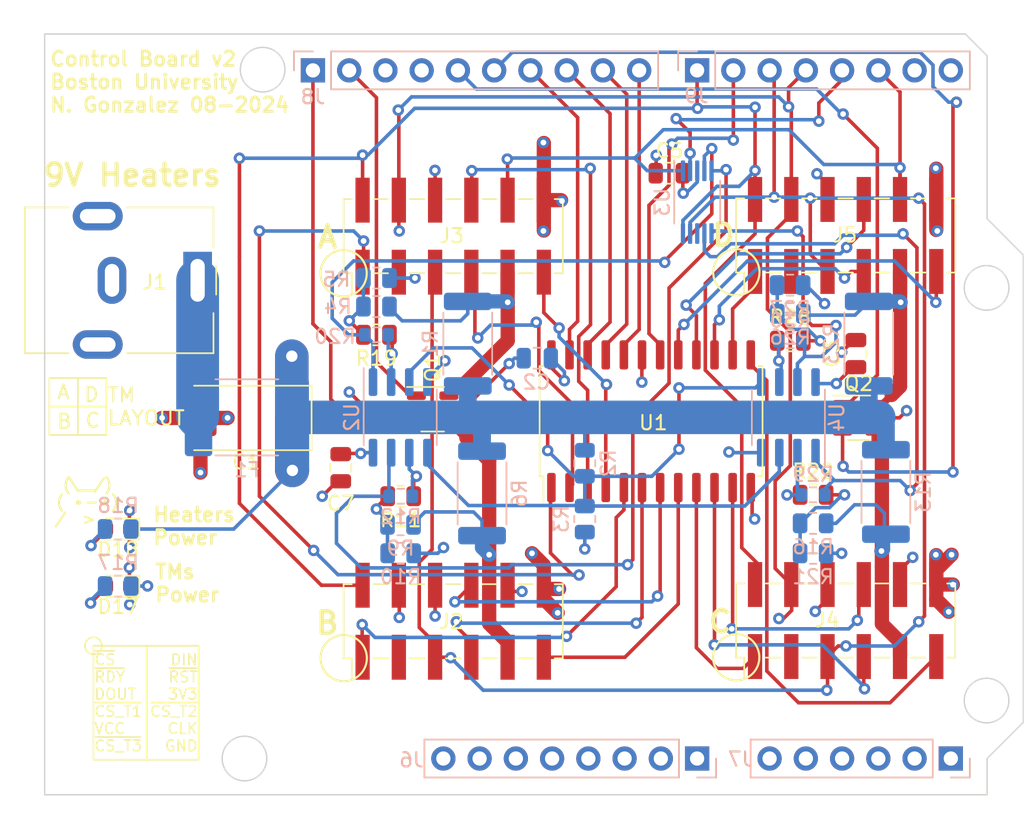
<source format=kicad_pcb>
(kicad_pcb (version 20221018) (generator pcbnew)
  (layers (0 "F.Cu" signal) (1 "In1.Cu" signal) (2 "In2.Cu" signal) (31 "B.Cu" signal) (34 "B.Paste" user) (35 "F.Paste" user) (36 "B.SilkS" user "B.Silkscreen") (37 "F.SilkS" user "F.Silkscreen") (38 "B.Mask" user) (39 "F.Mask" user) (44 "Edge.Cuts" user))
  (net 0 "")
  (net 1 "+9V")
  (net 2 "GND")
  (net 3 "+5V")
  (net 4 "2-Heater")
  (net 5 "1-Heater")
  (net 6 "3-Heater")
  (net 7 "4-Heater")
  (net 8 "S-D8")
  (net 9 "S-D9")
  (net 10 "S-D10")
  (net 11 "S-D11")
  (net 12 "H3-D18")
  (net 13 "H4-D19")
  (net 14 "CS")
  (net 15 "~{ENABLE}")
  (net 16 "Net-(D17-A)")
  (net 17 "Net-(D18-A)")
  (net 18 "/9V_IN")
  (net 19 "2-CS")
  (net 20 "DIN")
  (net 22 "~{RST}")
  (net 23 "DOUT")
  (net 24 "+3V3")
  (net 25 "2-CS_T1")
  (net 26 "2-CS_T2")
  (net 27 "CLK")
  (net 28 "2-CS_T3")
  (net 29 "1-CS")
  (net 30 "1-CS_T1")
  (net 31 "1-CS_T2")
  (net 32 "1-CS_T3")
  (net 33 "3-CS")
  (net 34 "3-CS_T1")
  (net 35 "3-CS_T2")
  (net 36 "3-CS_T3")
  (net 37 "4-CS")
  (net 38 "4-CS_T1")
  (net 39 "4-CS_T2")
  (net 40 "4-CS_T3")
  (net 41 "Vin")
  (net 42 "Reset")
  (net 43 "IOREF")
  (net 45 "A5")
  (net 46 "A4")
  (net 47 "A3")
  (net 48 "A2")
  (net 49 "A1")
  (net 50 "A0")
  (net 51 "AREF")
  (net 53 "Net-(U4A--)")
  (net 54 "/current-sensing/V_{h1}")
  (net 55 "Net-(U4B--)")
  (net 56 "/current-sensing/V_{h2}")
  (net 57 "/current-sensing/V_{h4}")
  (net 58 "/current-sensing/V_{h3}")
  (net 63 "Com-Node")
  (net 64 "H2-D12")
  (net 65 "H1-D13")
  (net 66 "Net-(R19-Pad2)")
  (net 67 "Net-(R10-Pad1)")
  (net 68 "Net-(U2A--)")
  (net 69 "Net-(R16-Pad1)")
  (net 70 "Net-(U2B--)")
  (net 71 "Net-(R26-Pad1)")
  (footprint "Resistor_SMD:R_0805_2012Metric" (layer "F.Cu") (at 69.1 36.8)
    (fp_text reference "R28")
    (fp_text value "100")
  )
  (footprint "Capacitor_SMD:C_0805_2012Metric" (layer "F.Cu") (at 60.62 25.05 180)
    (fp_text reference "C5")
    (fp_text value "0.1uF")
  )
  (footprint "Resistor_SMD:R_0805_2012Metric" (layer "F.Cu") (at 70.7 47.6)
    (fp_text reference "R22")
    (fp_text value "100")
  )
  (footprint "Connector_PinHeader_2.54mm:PinHeader_2x06_P2.54mm_Vertical_SMD" (layer "F.Cu") (at 45.48 56.465 90)
    (fp_text reference "J2")
    (fp_text value "Header-M_2x6")
  )
  (footprint "Package_TO_SOT_SMD:SOT-23-6" (layer "F.Cu") (at 73.9 42.2)
    (fp_text reference "Q2")
    (fp_text value "NMOS")
  )
  (footprint "Connector_PinHeader_2.54mm:PinHeader_2x06_P2.54mm_Vertical_SMD" (layer "F.Cu") (at 72.98 29.415 90)
    (fp_text reference "J5")
    (fp_text value "Header-M_2x6")
  )
  (footprint "Package_SO:SOIC-24W_7.5x15.4mm_P1.27mm" (layer "F.Cu") (at 59.345 42.44 90)
    (fp_text reference "U1")
    (fp_text value "CD74HCT154M")
  )
  (footprint "Connector_BarrelJack:BarrelJack_CUI_PJ-063AH_Horizontal" (layer "F.Cu") (at 27.57 32.56 -90)
    (fp_text reference "J1")
    (fp_text value "Barrel_Jack")
  )
  (footprint "Package_TO_SOT_SMD:SOT-23-6" (layer "F.Cu") (at 44.0375 41.6)
    (fp_text reference "Q1")
    (fp_text value "NMOS")
  )
  (footprint "Resistor_SMD:R_0805_2012Metric" (layer "F.Cu") (at 41.8 47.7 180)
    (fp_text reference "R11")
    (fp_text value "100")
  )
  (footprint "Connector_PinHeader_2.54mm:PinHeader_2x06_P2.54mm_Vertical_SMD" (layer "F.Cu") (at 45.48 29.465 90)
    (fp_text reference "J3")
    (fp_text value "Header-M_2x6")
  )
  (footprint "Resistor_SMD:R_0805_2012Metric" (layer "F.Cu") (at 40.1 36.38 180)
    (fp_text reference "R19")
    (fp_text value "100")
  )
  (footprint "LED_SMD:LED_0603_1608Metric" (layer "F.Cu") (at 22 54 180)
    (fp_text reference "D17")
    (fp_text value "GREEN LED")
  )
  (footprint "Capacitor_SMD:C_0805_2012Metric" (layer "F.Cu") (at 37.6 45.7 -90)
    (fp_text reference "C7")
    (fp_text value "0.1uF")
  )
  (footprint "Capacitor_SMD:C_0805_2012Metric" (layer "F.Cu") (at 73.7 37.7 90)
    (fp_text reference "C3")
    (fp_text value "0.1uF")
  )
  (footprint "Connector_PinHeader_2.54mm:PinHeader_2x06_P2.54mm_Vertical_SMD" (layer "F.Cu") (at 72.98 56.415 90)
    (fp_text reference "J4")
    (fp_text value "Header-M_2x6")
  )
  (footprint "Capacitor_Tantalum_SMD:CP_EIA-7343-43_Kemet-X_Pad2.25x2.55mm_HandSolder" (layer "F.Cu") (at 30.97 42.21 180)
    (fp_text reference "C1")
    (fp_text value "47uF")
  )
  (footprint "LED_SMD:LED_0603_1608Metric" (layer "F.Cu") (at 22 50 180)
    (fp_text reference "D18")
    (fp_text value "ORANGE LED")
  )
  (footprint "Resistor_SMD:R_2512_6332Metric" (layer "B.Cu") (at 47.5 47.5 90)
    (fp_text reference "R6")
    (fp_text value "0.003")
  )
  (footprint "Resistor_SMD:R_0805_2012Metric" (layer "B.Cu") (at 54.7 49.3 -90)
    (fp_text reference "R3")
    (fp_text value "10K")
  )
  (footprint "Resistor_SMD:R_0805_2012Metric" (layer "B.Cu") (at 22 50 180)
    (fp_text reference "R18")
    (fp_text value "5K")
  )
  (footprint "Resistor_SMD:R_0805_2012Metric" (layer "B.Cu") (at 41.7875 49.7)
    (fp_text reference "R9")
    (fp_text value "20K")
  )
  (footprint "Resistor_SMD:R_0805_2012Metric" (layer "B.Cu") (at 70.7 51.7)
    (fp_text reference "R21")
    (fp_text value "10K")
  )
  (footprint "Connector_PinHeader_2.54mm:PinHeader_1x10_P2.54mm_Vertical" (layer "B.Cu") (at 35.65 17.84 -90)
    (fp_text reference "J8")
    (fp_text value "Header_1x10")
  )
  (footprint "Resistor_SMD:R_0805_2012Metric" (layer "B.Cu") (at 40.1 34.4)
    (fp_text reference "R4")
    (fp_text value "20K")
  )
  (footprint "Package_SO:SOIC-8_3.9x4.9mm_P1.27mm" (layer "B.Cu") (at 41.765 42.17 -90)
    (fp_text reference "U2")
    (fp_text value "Opamp_Dual")
  )
  (footprint "Resistor_SMD:R_2512_6332Metric" (layer "B.Cu") (at 74.6 37 -90)
    (fp_text reference "R23")
    (fp_text value "0.003")
  )
  (footprint "Resistor_SMD:R_0805_2012Metric" (layer "B.Cu") (at 69.0875 32.9)
    (fp_text reference "R27")
    (fp_text value "10K")
  )
  (footprint "Package_SO:SOIC-8_3.9x4.9mm_P1.27mm" (layer "B.Cu") (at 68.965 42.17 90)
    (fp_text reference "U4")
    (fp_text value "Opamp_Dual")
  )
  (footprint "Resistor_SMD:R_0603_1608Metric" (layer "B.Cu") (at 69.1 36.8 180)
    (fp_text reference "R30")
    (fp_text value "166K")
  )
  (footprint "Resistor_SMD:R_0805_2012Metric" (layer "B.Cu") (at 70.7 49.6)
    (fp_text reference "R16")
    (fp_text value "20K")
  )
  (footprint "Connector_PinHeader_2.54mm:PinHeader_1x06_P2.54mm_Vertical" (layer "B.Cu") (at 80.35 66.09 90)
    (fp_text reference "J7")
    (fp_text value "Header_1x8")
  )
  (footprint "Fuse:Fuse_2920_7451Metric" (layer "B.Cu") (at 31.02 42.17)
    (fp_text reference "F1")
    (fp_text value "Bell_Fuse")
  )
  (footprint "Resistor_SMD:R_0603_1608Metric" (layer "B.Cu") (at 41.8 47.7)
    (fp_text reference "R12")
    (fp_text value "166K")
  )
  (footprint "Resistor_SMD:R_0603_1608Metric" (layer "B.Cu") (at 40.1 36.38)
    (fp_text reference "R20")
    (fp_text value "166K")
  )
  (footprint "Resistor_SMD:R_2512_6332Metric" (layer "B.Cu") (at 75.8 47.4 90)
    (fp_text reference "R13")
    (fp_text value "0.003")
  )
  (footprint "Resistor_SMD:R_0805_2012Metric" (layer "B.Cu") (at 69.1 34.9)
    (fp_text reference "R26")
    (fp_text value "20K")
  )
  (footprint "Connector_PinHeader_2.54mm:PinHeader_1x08_P2.54mm_Vertical" (layer "B.Cu") (at 62.57 66.09 90)
    (fp_text reference "J6")
    (fp_text value "Header_1x8")
  )
  (footprint "Resistor_SMD:R_0805_2012Metric" (layer "B.Cu") (at 41.8 51.7)
    (fp_text reference "R10")
    (fp_text value "10K")
  )
  (footprint "Resistor_SMD:R_0805_2012Metric" (layer "B.Cu") (at 22 54 180)
    (fp_text reference "R17")
    (fp_text value "1K")
  )
  (footprint "Package_SO:VSSOP-10_3x3mm_P0.5mm" (layer "B.Cu") (at 62.58 27.08 -90)
    (fp_text reference "U3")
    (fp_text value "ADS1118")
  )
  (footprint "Capacitor_SMD:C_0805_2012Metric" (layer "B.Cu") (at 51.37 38.02)
    (fp_text reference "C2")
    (fp_text value "0.1uF")
  )
  (footprint "Resistor_SMD:R_2512_6332Metric" (layer "B.Cu") (at 46.5 37 -90)
    (fp_text reference "R1")
    (fp_text value "0.003")
  )
  (footprint "Connector_PinHeader_2.54mm:PinHeader_1x08_P2.54mm_Vertical" (layer "B.Cu") (at 62.57 17.84 -90)
    (fp_text reference "J9")
    (fp_text value "Header_1x8")
  )
  (footprint "Resistor_SMD:R_0603_1608Metric" (layer "B.Cu") (at 70.7 47.6 180)
    (fp_text reference "R29")
    (fp_text value "166K")
  )
  (footprint "Resistor_SMD:R_0805_2012Metric" (layer "B.Cu") (at 40.1 32.4)
    (fp_text reference "R5")
    (fp_text value "10K")
  )
  (footprint "Resistor_SMD:R_0805_2012Metric" (layer "B.Cu") (at 54.7 45.3875 90)
    (fp_text reference "R2")
    (fp_text value "20K")
  )
  (gr_circle (center 20.27 58.185) (end 19.9 57.72) (stroke (width 0.12)) (fill none) (layer "F.SilkS"))
  (gr_rect (start 20.27 58.185) (end 27.64 66.175) (stroke (width 0.12)) (fill none) (layer "F.SilkS"))
  (gr_line (start 24 66.185) (end 24 58.195) (stroke (width 0.12)) (layer "F.SilkS"))
  (gr_rect (start 17.18 39.41) (end 21.18 43.41) (stroke (width 0.12)) (fill none) (layer "F.SilkS"))
  (gr_circle (center 65.31 58.991766) (end 63.84 58.306766) (stroke (width 0.15)) (fill none) (layer "F.SilkS"))
  (gr_circle (center 37.8 32.065) (end 36.33 31.38) (stroke (width 0.15)) (fill none) (layer "F.SilkS"))
  (gr_line (start 17.18 41.41) (end 21.18 41.41) (stroke (width 0.12)) (layer "F.SilkS"))
  (gr_line (start 19.18 43.41) (end 19.18 39.41) (stroke (width 0.12)) (layer "F.SilkS"))
  (gr_circle (center 65.32 31.991766) (end 63.85 31.306766) (stroke (width 0.15)) (fill none) (layer "F.SilkS"))
  (gr_circle (center 37.808234 59.05) (end 36.338234 58.365) (stroke (width 0.15)) (fill none) (layer "F.SilkS"))
  (gr_line (start 82.89 66.09) (end 82.89 68.63) (stroke (width 0.1)) (layer "Edge.Cuts"))
  (gr_circle (center 82.854161 33.09) (end 83.064161 34.64) (stroke (width 0.1)) (fill none) (layer "Edge.Cuts"))
  (gr_circle (center 30.854161 66.09) (end 31.064161 67.64) (stroke (width 0.1)) (fill none) (layer "Edge.Cuts"))
  (gr_line (start 82.89 16.82) (end 82.89 28.24) (stroke (width 0.1)) (layer "Edge.Cuts"))
  (gr_line (start 16.85 68.63) (end 16.85 65.45) (stroke (width 0.1)) (layer "Edge.Cuts"))
  (gr_line (start 82.89 68.63) (end 16.85 68.63) (stroke (width 0.1)) (layer "Edge.Cuts"))
  (gr_line (start 85.43 30.79) (end 85.43 63.55) (stroke (width 0.1)) (layer "Edge.Cuts"))
  (gr_circle (center 32.125839 17.79) (end 32.335839 19.34) (stroke (width 0.1)) (fill none) (layer "Edge.Cuts"))
  (gr_line (start 16.85 15.29) (end 81.37 15.29) (stroke (width 0.1)) (layer "Edge.Cuts"))
  (gr_line (start 81.37 15.29) (end 82.89 16.82) (stroke (width 0.1)) (layer "Edge.Cuts"))
  (gr_circle (center 82.854161 62.025839) (end 83.064161 63.575839) (stroke (width 0.1)) (fill none) (layer "Edge.Cuts"))
  (gr_line (start 16.85 65.45) (end 16.85 15.29) (stroke (width 0.1)) (layer "Edge.Cuts"))
  (gr_line (start 82.89 28.24) (end 85.43 30.79) (stroke (width 0.1)) (layer "Edge.Cuts"))
  (gr_line (start 85.43 63.55) (end 82.89 66.09) (stroke (width 0.1)) (layer "Edge.Cuts"))
  (gr_text "B" (at 18.23 42.45) (layer "F.SilkS") (effects (font (size 1 1))))
  (gr_text "C" (at 64.17 56.49) (layer "F.SilkS") (effects (font (size 1.5 1.5) (thickness 0.3) bold)))
  (gr_text "TM\nLAYOUT" (at 21.18 41.41) (layer "F.SilkS") (effects (font (size 1 1)) (justify left)))
  (gr_text "B" (at 36.66 56.59) (layer "F.SilkS") (effects (font (size 1.5 1.5) (thickness 0.3) bold)))
  (gr_text "Control Board v2\nBoston University\nN. Gonzalez 08-2024" (at 17.13 18.65) (layer "F.SilkS") (effects (font (size 1 1) (thickness 0.2) bold) (justify left)))
  (gr_text "DIN\n~{RST}\n3V3\n~{CS_T2}\nCLK\nGND" (at 27.64 62.18) (layer "F.SilkS") (effects (font (size 0.75 0.75) (thickness 0.1125)) (justify right)))
  (gr_text "     (\\__/)\n     ( •-•)\n  /  >" (at 18.43 48.09) (layer "F.SilkS") (effects (font (size 0.75 0.75) (thickness 0.15) bold)))
  (gr_text "A" (at 36.67 29.52) (layer "F.SilkS") (effects (font (size 1.5 1.5) (thickness 0.3) bold)))
  (gr_text "~{CS}\n~{RDY}\nDOUT\n~{CS_T1}\nVCC\n~{CS_T3}  " (at 20.27 62.18) (layer "F.SilkS") (effects (font (size 0.75 0.75) (thickness 0.1125)) (justify left)))
  (gr_text "D" (at 20.13 40.57) (layer "F.SilkS") (effects (font (size 1 1))))
  (gr_text "Heaters \nPower" (at 24.36 49.79) (layer "F.SilkS") (effects (font (size 1 1) (thickness 0.2) bold) (justify left)))
  (gr_text "A" (at 18.17 40.39) (layer "F.SilkS") (effects (font (size 1 1))))
  (gr_text "9V Heaters" (at 23 25.18) (layer "F.SilkS") (effects (font (size 1.5 1.5) (thickness 0.3) bold)))
  (gr_text "TMs\nPower" (at 24.5 53.8) (layer "F.SilkS") (effects (font (size 1 1) (thickness 0.2) bold) (justify left)))
  (gr_text "C" (at 20.22 42.38) (layer "F.SilkS") (effects (font (size 1 1))))
  (gr_text "D" (at 64.43 29.38) (layer "F.SilkS") (effects (font (size 1.5 1.5) (thickness 0.3) bold)))
  (segment (start 34.17 42.21) (end 34.17 45.85) (width 2.35) (layer "F.Cu") (net 1))
  (segment (start 34.17 45.85) (end 34.21 45.89) (width 2.35) (layer "F.Cu") (net 1))
  (segment (start 34.17 42.21) (end 34.17 37.88) (width 2.35) (layer "F.Cu") (net 1))
  (via (at 34.21 45.89) (size 1.6) (drill 0.8) (layers "F.Cu" "B.Cu") (net 1))
  (via (at 34.17 37.88) (size 1.6) (drill 0.8) (layers "F.Cu" "B.Cu") (net 1))
  (segment (start 46.5 41.87) (end 46.8 42.17) (width 1.25) (layer "B.Cu") (net 1))
  (segment (start 34.21 45.89) (end 34.21 42.3675) (width 2.35) (layer "B.Cu") (net 1))
  (segment (start 46.8 42.17) (end 54.6 42.17) (width 2.35) (layer "B.Cu") (net 1))
  (segment (start 34.21 42.3675) (end 34.4075 42.17) (width 2.35) (layer "B.Cu") (net 1))
  (segment (start 46.5 39.9625) (end 46.5 41.87) (width 1.25) (layer "B.Cu") (net 1))
  (segment (start 54.7 42.27) (end 54.6 42.17) (width 0.25) (layer "B.Cu") (net 1))
  (segment (start 75.8 42.67) (end 75.3 42.17) (width 0.25) (layer "B.Cu") (net 1))
  (segment (start 54.6 42.17) (end 75.3 42.17) (width 2.35) (layer "B.Cu") (net 1))
  (segment (start 74.6 39.9625) (end 74.6 41.47) (width 1.25) (layer "B.Cu") (net 1))
  (segment (start 75.8 44.4375) (end 75.8 42.67) (width 1.25) (layer "B.Cu") (net 1))
  (segment (start 34.17 41.9325) (end 34.4075 42.17) (width 2.35) (layer "B.Cu") (net 1))
  (segment (start 30.1 50) (end 34.21 45.89) (width 0.25) (layer "B.Cu") (net 1))
  (segment (start 47.5 42.87) (end 46.8 42.17) (width 0.25) (layer "B.Cu") (net 1))
  (segment (start 47.5 44.5375) (end 47.5 42.87) (width 1.25) (layer "B.Cu") (net 1))
  (segment (start 34.17 37.88) (end 34.17 41.9325) (width 2.35) (layer "B.Cu") (net 1))
  (segment (start 44.7 42.17) (end 46.8 42.17) (width 2.35) (layer "B.Cu") (net 1))
  (segment (start 44.7 42.17) (end 34.4075 42.17) (width 2.35) (layer "B.Cu") (net 1))
  (segment (start 22.9125 50) (end 30.1 50) (width 0.25) (layer "B.Cu") (net 1))
  (segment (start 74.6 41.47) (end 75.3 42.17) (width 0.25) (layer "B.Cu") (net 1))
  (segment (start 54.7 44.475) (end 54.7 42.27) (width 0.25) (layer "B.Cu") (net 1))
  (segment (start 76.75 42.2) (end 77.25 41.7) (width 0.25) (layer "F.Cu") (net 2))
  (segment (start 80.2 55.8) (end 79.33 54.93) (width 1) (layer "F.Cu") (net 2))
  (segment (start 51.83 26.94) (end 51.83 29.07) (width 1) (layer "F.Cu") (net 2))
  (segment (start 51.84 26.95) (end 51.83 26.94) (width 0.25) (layer "F.Cu") (net 2))
  (segment (start 79.32 26.9) (end 79.33 26.89) (width 0.25) (layer "F.Cu") (net 2))
  (segment (start 80.49 53.89) (end 80.5 53.9) (width 0.25) (layer "F.Cu") (net 2))
  (segment (start 73.55 36.75) (end 72.7 37.6) (width 0.25) (layer "F.Cu") (net 2))
  (segment (start 52.9 54.2) (end 52.09 54.2) (width 1) (layer "F.Cu") (net 2))
  (segment (start 73.7 36.75) (end 73.55 36.75) (width 0.25) (layer "F.Cu") (net 2))
  (segment (start 42.9 41.6) (end 39.4045 41.6) (width 0.25) (layer "F.Cu") (net 2))
  (segment (start 51.83 54.9055) (end 52.8 55.8755) (width 1) (layer "F.Cu") (net 2))
  (segment (start 51.83 52.53) (end 51.83 53.94) (width 0.25) (layer "F.Cu") (net 2))
  (segment (start 51 51.7) (end 51.83 52.53) (width 1) (layer "F.Cu") (net 2))
  (segment (start 27.77 42.21) (end 27.77 46.04) (width 1) (layer "F.Cu") (net 2))
  (segment (start 72.7625 42.2) (end 75.0375 42.2) (width 0.25) (layer "F.Cu") (net 2))
  (segment (start 52.09 54.2) (end 51.83 53.94) (width 0.25) (layer "F.Cu") (net 2))
  (segment (start 22.7875 51.277) (end 22.81 51.2995) (width 0.25) (layer "F.Cu") (net 2))
  (segment (start 22.7875 52.703) (end 22.79 52.7005) (width 0.25) (layer "F.Cu") (net 2))
  (segment (start 79.33 29.03) (end 79.4 29.1) (width 0.25) (layer "F.Cu") (net 2))
  (segment (start 79.33 53.89) (end 79.33 51.83) (width 1) (layer "F.Cu") (net 2))
  (segment (start 58.7 38.4) (end 58.71 38.39) (width 0.25) (layer "F.Cu") (net 2))
  (segment (start 22.7875 48.723) (end 22.81 48.7005) (width 0.25) (layer "F.Cu") (net 2))
  (segment (start 39.4045 41.6) (end 38.2 40.3955) (width 0.25) (layer "F.Cu") (net 2))
  (segment (start 75.0375 42.2) (end 76.75 42.2) (width 0.25) (layer "F.Cu") (net 2))
  (segment (start 51.83 26.94) (end 53.04 26.94) (width 1) (layer "F.Cu") (net 2))
  (segment (start 45.175 41.6) (end 46.2 41.6) (width 0.25) (layer "F.Cu") (net 2))
  (segment (start 58.71 38.39) (end 58.71 37.79) (width 0.25) (layer "F.Cu") (net 2))
  (segment (start 79.33 53.89) (end 80.49 53.89) (width 1) (layer "F.Cu") (net 2))
  (segment (start 46.2 41.6) (end 49.4 38.4) (width 0.25) (layer "F.Cu") (net 2))
  (segment (start 79.33 52.87) (end 80.4 51.8) (width 1) (layer "F.Cu") (net 2))
  (segment (start 79.33 54.93) (end 79.33 53.89) (width 0.25) (layer "F.Cu") (net 2))
  (segment (start 66.6 49.3) (end 66.4245 49.1245) (width 0.25) (layer "F.Cu") (net 2))
  (segment (start 66.4245 47.1845) (end 66.33 47.09) (width 0.25) (layer "F.Cu") (net 2))
  (segment (start 37.6 46.65) (end 37.35 46.65) (width 0.25) (layer "F.Cu") (net 2))
  (segment (start 51.83 22.93) (end 51.8 22.9) (width 0.25) (layer "F.Cu") (net 2))
  (segment (start 59.7 23.8) (end 59.7 25.02) (width 0.25) (layer "F.Cu") (net 2))
  (segment (start 51.83 53.94) (end 51.83 54.9055) (width 0.25) (layer "F.Cu") (net 2))
  (segment (start 22.7875 55.277) (end 22.81 55.2995) (width 0.25) (layer "F.Cu") (net 2))
  (segment (start 29.660392 42.21) (end 29.667324 42.203068) (width 1) (layer "F.Cu") (net 2))
  (segment (start 51.83 26.94) (end 51.83 22.93) (width 1) (layer "F.Cu") (net 2))
  (segment (start 79.33 51.83) (end 79.3 51.8) (width 0.25) (layer "F.Cu") (net 2))
  (segment (start 37.35 46.65) (end 36.3 47.7) (width 0.25) (layer "F.Cu") (net 2))
  (segment (start 66.4245 49.1245) (end 66.4245 47.1845) (width 0.25) (layer "F.Cu") (net 2))
  (segment (start 51.83 29.07) (end 51.8 29.1) (width 0.25) (layer "F.Cu") (net 2))
  (segment (start 53.04 26.94) (end 53.1 27) (width 0.25) (layer "F.Cu") (net 2))
  (segment (start 27.77 42.21) (end 25.08 42.21) (width 1) (layer "F.Cu") (net 2))
  (segment (start 22.7875 54) (end 22.7875 52.703) (width 0.25) (layer "F.Cu") (net 2))
  (segment (start 58.7 39.7) (end 58.7 38.4) (width 0.25) (layer "F.Cu") (net 2))
  (segment (start 27.77 42.21) (end 29.660392 42.21) (width 1) (layer "F.Cu") (net 2))
  (segment (start 79.33 26.89) (end 79.33 24.73) (width 1) (layer "F.Cu") (net 2))
  (segment (start 79.33 26.89) (end 79.33 29.03) (width 1) (layer "F.Cu") (net 2))
  (segment (start 22.7875 50) (end 22.7875 48.723) (width 0.25) (layer "F.Cu") (net 2))
  (segment (start 22.7875 54) (end 22.7875 55.277) (width 0.25) (layer "F.Cu") (net 2))
  (segment (start 79.33 53.89) (end 79.33 52.87) (width 0.25) (layer "F.Cu") (net 2))
  (segment (start 79.33 24.73) (end 79.3 24.7) (width 0.25) (layer "F.Cu") (net 2))
  (segment (start 22.7875 50) (end 22.7875 51.277) (width 0.25) (layer "F.Cu") (net 2))
  (segment (start 59.7 25.02) (end 59.67 25.05) (width 0.25) (layer "F.Cu") (net 2))
  (via (at 42.8 32.4) (size 0.8) (drill 0.4) (layers "F.Cu" "B.Cu") (net 2))
  (via (at 44.9 38.2) (size 0.8) (drill 0.4) (layers "F.Cu" "B.Cu") (net 2))
  (via (at 52.9 54.2) (size 0.8) (drill 0.4) (layers "F.Cu" "B.Cu") (net 2))
  (via (at 54.7 51.4) (size 0.8) (drill 0.4) (layers "F.Cu" "B.Cu") (net 2))
  (via (at 44.8 51.3) (size 0.8) (drill 0.4) (layers "F.Cu" "B.Cu") (net 2))
  (via (at 36.3 47.7) (size 0.8) (drill 0.4) (layers "F.Cu" "B.Cu") (net 2))
  (via (at 80.5 53.9) (size 0.8) (drill 0.4) (layers "F.Cu" "B.Cu") (net 2))
  (via (at 22.81 55.2995) (size 0.8) (drill 0.4) (layers "F.Cu" "B.Cu") (net 2))
  (via (at 29.667324 42.203068) (size 0.8) (drill 0.4) (layers "F.Cu" "B.Cu") (net 2))
  (via (at 80.4 51.8) (size 0.8) (drill 0.4) (layers "F.Cu" "B.Cu") (net 2))
  (via (at 22.79 52.7005) (size 0.8) (drill 0.4) (layers "F.Cu" "B.Cu") (net 2))
  (via (at 80.2 55.8) (size 0.8) (drill 0.4) (layers "F.Cu" "B.Cu") (net 2))
  (via (at 53.1 27) (size 0.8) (drill 0.4) (layers "F.Cu" "B.Cu") (net 2))
  (via (at 51.8 22.9) (size 0.8) (drill 0.4) (layers "F.Cu" "B.Cu") (net 2))
  (via (at 22.81 48.7005) (size 0.8) (drill 0.4) (layers "F.Cu" "B.Cu") (net 2))
  (via (at 79.4 29.1) (size 0.8) (drill 0.4) (layers "F.Cu" "B.Cu") (net 2))
  (via (at 27.77 46.04) (size 0.8) (drill 0.4) (layers "F.Cu" "B.Cu") (net 2))
  (via (at 72.7 37.6) (size 0.8) (drill 0.4) (layers "F.Cu" "B.Cu") (net 2))
  (via (at 79.3 51.8) (size 0.8) (drill 0.4) (layers "F.Cu" "B.Cu") (net 2))
  (via (at 66.6 49.3) (size 0.8) (drill 0.4) (layers "F.Cu" "B.Cu") (net 2))
  (via (at 71.5 34.2) (size 0.8) (drill 0.4) (layers "F.Cu" "B.Cu") (net 2))
  (via (at 64.8 44.6) (size 0.8) (drill 0.4) (layers "F.Cu" "B.Cu") (net 2))
  (via (at 59.7 23.8) (size 0.8) (drill 0.4) (layers "F.Cu" "B.Cu") (net 2))
  (via (at 51 51.7) (size 0.8) (drill 0.4) (layers "F.Cu" "B.Cu") (net 2))
  (via (at 52.8 55.8755) (size 0.8) (drill 0.4) (layers "F.Cu" "B.Cu") (net 2))
  (via (at 51.8 29.1) (size 0.8) (drill 0.4) (layers "F.Cu" "B.Cu") (net 2))
  (via (at 79.3 24.7) (size 0.8) (drill 0.4) (layers "F.Cu" "B.Cu") (net 2))
  (via (at 72.7 51.7) (size 0.8) (drill 0.4) (layers "F.Cu" "B.Cu") (net 2))
  (via (at 49.4 38.4) (size 0.8) (drill 0.4) (layers "F.Cu" "B.Cu") (net 2))
  (via (at 58.7 39.7) (size 0.8) (drill 0.4) (layers "F.Cu" "B.Cu") (net 2))
  (via (at 22.81 51.2995) (size 0.8) (drill 0.4) (layers "F.Cu" "B.Cu") (net 2))
  (via (at 25.08 42.21) (size 0.8) (drill 0.4) (layers "F.Cu" "B.Cu") (net 2))
  (via (at 77.25 41.7) (size 0.8) (drill 0.4) (layers "F.Cu" "B.Cu") (net 2))
  (via (at 38.2 40.3955) (size 0.8) (drill 0.4) (layers "F.Cu" "B.Cu") (net 2))
  (segment (start 50.42 38.02) (end 49.78 38.02) (width 0.25) (layer "B.Cu") (net 2))
  (segment (start 42.7125 51.7) (end 44.4 51.7) (width 0.25) (layer "B.Cu") (net 2))
  (segment (start 64.845 44.645) (end 64.8 44.6) (width 0.25) (layer "B.Cu") (net 2))
  (segment (start 44.4 51.7) (end 44.8 51.3) (width 0.25) (layer "B.Cu") (net 2))
  (segment (start 71.6125 51.7) (end 72.7 51.7) (width 0.25) (layer "B.Cu") (net 2))
  (segment (start 43.67 39.695) (end 43.67 39.43) (width 0.25) (layer "B.Cu") (net 2))
  (segment (start 67.06 44.645) (end 64.845 44.645) (width 0.25) (layer "B.Cu") (net 2))
  (segment (start 43.67 39.43) (end 44.9 38.2) (width 0.25) (layer "B.Cu") (net 2))
  (segment (start 49.78 38.02) (end 49.4 38.4) (width 0.25) (layer "B.Cu") (net 2))
  (segment (start 41.0125 32.4) (end 42.8 32.4) (width 0.25) (layer "B.Cu") (net 2))
  (segment (start 70.2 32.9) (end 71.5 34.2) (width 0.25) (layer "B.Cu") (net 2))
  (segment (start 70 32.9) (end 70.2 32.9) (width 0.25) (layer "B.Cu") (net 2))
  (segment (start 54.7 50.2125) (end 54.7 51.4) (width 0.25) (layer "B.Cu") (net 2))
  (segment (start 37.65 44.7) (end 37.6 44.75) (width 0.25) (layer "F.Cu") (net 3))
  (segment (start 44.21 24.86) (end 44.2 24.85) (width 0.25) (layer "F.Cu") (net 3))
  (segment (start 73.1 39.0255) (end 72.3255 39.8) (width 0.25) (layer "F.Cu") (net 3))
  (segment (start 71.71 53.89) (end 71.71 54.91) (width 0.25) (layer "F.Cu") (net 3))
  (segment (start 71.71 25.83) (end 70.97 25.09) (width 0.25) (layer "F.Cu") (net 3))
  (segment (start 71.71 54.91) (end 70.85 55.77) (width 0.25) (layer "F.Cu") (net 3))
  (segment (start 61.6 26.45) (end 61.57 26.42) (width 0.25) (layer "F.Cu") (net 3))
  (segment (start 73.1 38.65) (end 73.1 39.0255) (width 0.25) (layer "F.Cu") (net 3))
  (segment (start 52.36 38.69) (end 53.27 39.6) (width 0.25) (layer "F.Cu") (net 3))
  (segment (start 44.21 26.94) (end 44.21 24.86) (width 0.25) (layer "F.Cu") (net 3))
  (segment (start 61.57 26.42) (end 61.57 25.05) (width 0.25) (layer "F.Cu") (net 3))
  (segment (start 71.71 26.89) (end 71.71 25.83) (width 0.25) (layer "F.Cu") (net 3))
  (segment (start 44.21 53.94) (end 44.21 56.1) (width 0.25) (layer "F.Cu") (net 3))
  (segment (start 52.36 37.79) (end 52.36 38.69) (width 0.25) (layer "F.Cu") (net 3))
  (segment (start 39 44.7) (end 37.65 44.7) (width 0.25) (layer "F.Cu") (net 3))
  (via (at 61.6 26.45) (size 0.8) (drill 0.4) (layers "F.Cu" "B.Cu") (net 3))
  (via (at 70.97 25.09) (size 0.8) (drill 0.4) (layers "F.Cu" "B.Cu") (net 3))
  (via (at 44.21 56.1) (size 0.8) (drill 0.4) (layers "F.Cu" "B.Cu") (net 3))
  (via (at 39 44.7) (size 0.8) (drill 0.4) (layers "F.Cu" "B.Cu") (net 3))
  (via (at 70.85 55.77) (size 0.8) (drill 0.4) (layers "F.Cu" "B.Cu") (net 3))
  (via (at 72.3255 39.8) (size 0.8) (drill 0.4) (layers "F.Cu" "B.Cu") (net 3))
  (via (at 24.06 53.99) (size 0.8) (drill 0.4) (layers "F.Cu" "B.Cu") (net 3))
  (via (at 53.27 39.6) (size 0.8) (drill 0.4) (layers "F.Cu" "B.Cu") (net 3))
  (via (at 44.2 24.85) (size 0.8) (drill 0.4) (layers "F.Cu" "B.Cu") (net 3))
  (segment (start 53.27 39.6) (end 53.27 38.97) (width 0.25) (layer "B.Cu") (net 3))
  (segment (start 39.86 44.645) (end 39.055 44.645) (width 0.25) (layer "B.Cu") (net 3))
  (segment (start 62.58 25.670685) (end 62.58 24.88) (width 0.25) (layer "B.Cu") (net 3))
  (segment (start 53.27 38.97) (end 52.32 38.02) (width 0.25) (layer "B.Cu") (net 3))
  (segment (start 61.6 26.45) (end 61.800685 26.45) (width 0.25) (layer "B.Cu") (net 3))
  (segment (start 72.3255 39.8) (end 70.975 39.8) (width 0.25) (layer "B.Cu") (net 3))
  (segment (start 39.055 44.645) (end 39 44.7) (width 0.25) (layer "B.Cu") (net 3))
  (segment (start 61.800685 26.45) (end 62.58 25.670685) (width 0.25) (layer "B.Cu") (net 3))
  (segment (start 22.9125 54) (end 24.05 54) (width 0.25) (layer "B.Cu") (net 3))
  (segment (start 70.975 39.8) (end 70.87 39.695) (width 0.25) (layer "B.Cu") (net 3))
  (segment (start 24.05 54) (end 24.06 53.99) (width 0.25) (layer "B.Cu") (net 3))
  (segment (start 48.205 56.835) (end 48 56.63) (width 1) (layer "F.Cu") (net 4))
  (segment (start 45.25 42.55) (end 46.3 43.6) (width 0.5) (layer "F.Cu") (net 4))
  (segment (start 49.29 57.92) (end 49.29 58.99) (width 0.25) (layer "F.Cu") (net 4))
  (segment (start 48.205 56.835) (end 49.29 57.92) (width 1) (layer "F.Cu") (net 4))
  (segment (start 48 45.2) (end 46.4 43.6) (width 1) (layer "F.Cu") (net 4))
  (segment (start 45.175 42.55) (end 45.25 42.55) (width 0.25) (layer "F.Cu") (net 4))
  (segment (start 48 51.8) (end 48 45.2) (width 1) (layer "F.Cu") (net 4))
  (segment (start 48 56.63) (end 48 51.8) (width 1) (layer "F.Cu") (net 4))
  (segment (start 48.09 56.72) (end 48.205 56.835) (width 0.25) (layer "F.Cu") (net 4))
  (via (at 48 51.8) (size 0.8) (drill 0.4) (layers "F.Cu" "B.Cu") (net 4))
  (segment (start 47.5 50.4625) (end 47.5 51.3) (width 1) (layer "B.Cu") (net 4))
  (segment (start 47.5 49.4) (end 47.5 50.4625) (width 0.25) (layer "B.Cu") (net 4))
  (segment (start 42.7 49.6) (end 43.5 48.8) (width 0.25) (layer "B.Cu") (net 4))
  (segment (start 47.5 51.3) (end 48 51.8) (width 1) (layer "B.Cu") (net 4))
  (segment (start 46.9 48.8) (end 47.5 49.4) (width 0.25) (layer "B.Cu") (net 4))
  (segment (start 42.7 49.7) (end 42.7 49.6) (width 0.25) (layer "B.Cu") (net 4))
  (segment (start 43.5 48.8) (end 46.9 48.8) (width 0.25) (layer "B.Cu") (net 4))
  (segment (start 45.45 40.65) (end 46.15 39.95) (width 0.5) (layer "F.Cu") (net 5))
  (segment (start 49.29 34.09) (end 49.3 34.1) (width 1) (layer "F.Cu") (net 5))
  (segment (start 49.29 31.99) (end 49.29 34.09) (width 1) (layer "F.Cu") (net 5))
  (segment (start 46.15 39.95) (end 49.3 36.8) (width 1) (layer "F.Cu") (net 5))
  (segment (start 49.3 36.8) (end 49.3 34.1) (width 1) (layer "F.Cu") (net 5))
  (segment (start 45.175 40.65) (end 45.45 40.65) (width 0.25) (layer "F.Cu") (net 5))
  (via (at 49.3 34.1) (size 0.8) (drill 0.4) (layers "F.Cu" "B.Cu") (net 5))
  (segment (start 49.2375 34.0375) (end 49.3 34.1) (width 1) (layer "B.Cu") (net 5))
  (segment (start 46.5 34.9) (end 46.5 34.0375) (width 0.25) (layer "B.Cu") (net 5))
  (segment (start 41.0125 34.4) (end 41.0125 34.5125) (width 0.25) (layer "B.Cu") (net 5))
  (segment (start 46 35.4) (end 46.5 34.9) (width 0.25) (layer "B.Cu") (net 5))
  (segment (start 46.5 34.0375) (end 49.2375 34.0375) (width 1) (layer "B.Cu") (net 5))
  (segment (start 41.9 35.4) (end 46 35.4) (width 0.25) (layer "B.Cu") (net 5))
  (segment (start 41.0125 34.5125) (end 41.9 35.4) (width 0.25) (layer "B.Cu") (net 5))
  (segment (start 75.52 51.57) (end 75.49 51.54) (width 1) (layer "F.Cu") (net 6))
  (segment (start 75.0375 44.0375) (end 75.0375 43.15) (width 0.5) (layer "F.Cu") (net 6))
  (segment (start 76.79 57.92) (end 76.79 58.94) (width 1) (layer "F.Cu") (net 6))
  (segment (start 75.52 44.68) (end 75.6 44.6) (width 1) (layer "F.Cu") (net 6))
  (segment (start 75.52 52.61) (end 75.52 51.57) (width 1) (layer "F.Cu") (net 6))
  (segment (start 75.6 44.6) (end 75.0375 44.0375) (width 0.5) (layer "F.Cu") (net 6))
  (segment (start 75.52 56.65) (end 76.79 57.92) (width 1) (layer "F.Cu") (net 6))
  (segment (start 75.52 52.61) (end 75.52 56.65) (width 1) (layer "F.Cu") (net 6))
  (segment (start 75.49 51.54) (end 75.52 51.51) (width 1) (layer "F.Cu") (net 6))
  (segment (start 75.52 51.51) (end 75.52 44.68) (width 1) (layer "F.Cu") (net 6))
  (via (at 75.49 51.54) (size 0.8) (drill 0.4) (layers "F.Cu" "B.Cu") (net 6))
  (segment (start 75.7 48.9) (end 75.7 50.2625) (width 0.25) (layer "B.Cu") (net 6))
  (segment (start 75.6 50.5625) (end 75.8 50.3625) (width 0.25) (layer "B.Cu") (net 6))
  (segment (start 72.3 49.6) (end 73.6 48.3) (width 0.25) (layer "B.Cu") (net 6))
  (segment (start 73.6 48.3) (end 75.1 48.3) (width 0.25) (layer "B.Cu") (net 6))
  (segment (start 75.1 48.3) (end 75.7 48.9) (width 0.25) (layer "B.Cu") (net 6))
  (segment (start 71.6125 49.6) (end 72.3 49.6) (width 0.25) (layer "B.Cu") (net 6))
  (segment (start 75.49 51.54) (end 75.6 51.43) (width 1) (layer "B.Cu") (net 6))
  (segment (start 75.6 51.43) (end 75.6 50.5625) (width 1) (layer "B.Cu") (net 6))
  (segment (start 75.7 50.2625) (end 75.8 50.3625) (width 0.25) (layer "B.Cu") (net 6))
  (segment (start 76.79 40.01) (end 76.2 40.6) (width 1) (layer "F.Cu") (net 7))
  (segment (start 75.0375 41.25) (end 75.55 41.25) (width 0.25) (layer "F.Cu") (net 7))
  (segment (start 75.55 41.25) (end 76.2 40.6) (width 0.5) (layer "F.Cu") (net 7))
  (segment (start 76.79 31.94) (end 76.79 40.01) (width 1) (layer "F.Cu") (net 7))
  (via (at 76.8345 34.1) (size 0.8) (drill 0.4) (layers "F.Cu" "B.Cu") (net 7))
  (segment (start 73.6375 35) (end 74.6 34.0375) (width 0.25) (layer "B.Cu") (net 7))
  (segment (start 74.6 34.0375) (end 76.772 34.0375) (width 1) (layer "B.Cu") (net 7))
  (segment (start 70.0125 34.9) (end 70.1125 35) (width 0.25) (layer "B.Cu") (net 7))
  (segment (start 70.1125 35) (end 73.6375 35) (width 0.25) (layer "B.Cu") (net 7))
  (segment (start 76.772 34.0375) (end 76.8345 34.1) (width 1) (layer "B.Cu") (net 7))
  (segment (start 57.44 37.08) (end 57.44 37.79) (width 0.25) (layer "F.Cu") (net 8))
  (segment (start 58.51 36.01) (end 57.44 37.08) (width 0.25) (layer "F.Cu") (net 8))
  (segment (start 58.51 17.84) (end 58.51 36.01) (width 0.25) (layer "F.Cu") (net 8))
  (segment (start 57.64 19.51) (end 57.64 35.63) (width 0.25) (layer "F.Cu") (net 9))
  (segment (start 55.97 17.84) (end 57.64 19.51) (width 0.25) (layer "F.Cu") (net 9))
  (segment (start 57.64 35.63) (end 56.17 37.1) (width 0.25) (layer "F.Cu") (net 9))
  (segment (start 56.17 37.1) (end 56.17 37.79) (width 0.25) (layer "F.Cu") (net 9))
  (segment (start 54.9 37.06) (end 54.9 37.79) (width 0.25) (layer "F.Cu") (net 10))
  (segment (start 56.47 35.49) (end 54.9 37.06) (width 0.25) (layer "F.Cu") (net 10))
  (segment (start 56.47 20.88) (end 56.47 35.49) (width 0.25) (layer "F.Cu") (net 10))
  (segment (start 53.43 17.84) (end 56.47 20.88) (width 0.25) (layer "F.Cu") (net 10))
  (segment (start 50.89 17.84) (end 54.2 21.15) (width 0.25) (layer "F.Cu") (net 11))
  (segment (start 53.63 36) (end 53.63 37.79) (width 0.25) (layer "F.Cu") (net 11))
  (segment (start 54.2 35.43) (end 53.63 36) (width 0.25) (layer "F.Cu") (net 11))
  (segment (start 54.2 21.15) (end 54.2 35.43) (width 0.25) (layer "F.Cu") (net 11))
  (segment (start 72.7625 45.5625) (end 72.8 45.6) (width 0.25) (layer "F.Cu") (net 12))
  (segment (start 80.5 46) (end 80.5 20.31) (width 0.25) (layer "F.Cu") (net 12))
  (segment (start 80.5 20.31) (end 80.74 20.07) (width 0.25) (layer "F.Cu") (net 12))
  (segment (start 72.7625 43.15) (end 72.7625 45.5625) (width 0.25) (layer "F.Cu") (net 12))
  (via (at 80.5 46) (size 0.8) (drill 0.4) (layers "F.Cu" "B.Cu") (net 12))
  (via (at 80.74 20.07) (size 0.8) (drill 0.4) (layers "F.Cu" "B.Cu") (net 12))
  (via (at 72.8 45.6) (size 0.8) (drill 0.4) (layers "F.Cu" "B.Cu") (net 12))
  (segment (start 80.19 20.07) (end 79.1 18.98) (width 0.25) (layer "B.Cu") (net 12))
  (segment (start 79.1 18.98) (end 79.1 17.468299) (width 0.25) (layer "B.Cu") (net 12))
  (segment (start 80.74 20.07) (end 80.19 20.07) (width 0.25) (layer "B.Cu") (net 12))
  (segment (start 72.8 45.6) (end 73.2 46) (width 0.25) (layer "B.Cu") (net 12))
  (segment (start 78.201701 16.57) (end 49.62 16.57) (width 0.25) (layer "B.Cu") (net 12))
  (segment (start 73.2 46) (end 80.5 46) (width 0.25) (layer "B.Cu") (net 12))
  (segment (start 79.1 17.468299) (end 78.201701 16.57) (width 0.25) (layer "B.Cu") (net 12))
  (segment (start 49.62 16.57) (end 48.35 17.84) (width 0.25) (layer "B.Cu") (net 12))
  (segment (start 75.2 23.3) (end 75.2 39.2) (width 0.25) (layer "F.Cu") (net 13))
  (segment (start 72.8 20.9) (end 75.2 23.3) (width 0.25) (layer "F.Cu") (net 13))
  (segment (start 75.2 39.2) (end 73.15 41.25) (width 0.25) (layer "F.Cu") (net 13))
  (segment (start 73.15 41.25) (end 72.7625 41.25) (width 0.25) (layer "F.Cu") (net 13))
  (via (at 72.8 20.9) (size 0.8) (drill 0.4) (layers "F.Cu" "B.Cu") (net 13))
  (segment (start 72.7 20.9) (end 70.95 19.15) (width 0.25) (layer "B.Cu") (net 13))
  (segment (start 72.8 20.9) (end 72.7 20.9) (width 0.25) (layer "B.Cu") (net 13))
  (segment (start 47.12 19.15) (end 45.81 17.84) (width 0.25) (layer "B.Cu") (net 13))
  (segment (start 70.95 19.15) (end 47.12 19.15) (width 0.25) (layer "B.Cu") (net 13))
  (segment (start 71.1 21.4) (end 71.1 20.13) (width 0.25) (layer "F.Cu") (net 14))
  (segment (start 72.73 18.5) (end 72.73 17.84) (width 0.25) (layer "F.Cu") (net 14))
  (segment (start 71.1 20.13) (end 72.73 18.5) (width 0.25) (layer "F.Cu") (net 14))
  (segment (start 61.1 21.2245) (end 62.08 22.2045) (width 0.25) (layer "F.Cu") (net 14))
  (segment (start 62.08 22.2045) (end 62.08 23.65) (width 0.25) (layer "F.Cu") (net 14))
  (via (at 71.1 21.4) (size 0.8) (drill 0.4) (layers "F.Cu" "B.Cu") (net 14))
  (via (at 62.08 23.65) (size 0.8) (drill 0.4) (layers "F.Cu" "B.Cu") (net 14))
  (via (at 61.1 21.2245) (size 0.8) (drill 0.4) (layers "F.Cu" "B.Cu") (net 14))
  (segment (start 62.08 23.65) (end 62.08 24.88) (width 0.25) (layer "B.Cu") (net 14))
  (segment (start 71 21.3) (end 71.1 21.4) (width 0.25) (layer "B.Cu") (net 14))
  (segment (start 61.1 21.2245) (end 61.1755 21.3) (width 0.25) (layer "B.Cu") (net 14))
  (segment (start 61.1755 21.3) (end 71 21.3) (width 0.25) (layer "B.Cu") (net 14))
  (segment (start 60.6 23.2045) (end 60.6 25.9) (width 0.25) (layer "F.Cu") (net 15))
  (segment (start 59.2 27.3) (end 59.2 36.3) (width 0.25) (layer "F.Cu") (net 15))
  (segment (start 60.6 25.9) (end 59.2 27.3) (width 0.25) (layer "F.Cu") (net 15))
  (segment (start 60.8 23.0045) (end 60.6 23.2045) (width 0.25) (layer "F.Cu") (net 15))
  (segment (start 59.98 37.08) (end 59.98 37.79) (width 0.25) (layer "F.Cu") (net 15))
  (segment (start 65.11 22.7245) (end 65.11 17.84) (width 0.25) (layer "F.Cu") (net 15))
  (segment (start 59.2 36.3) (end 59.98 37.08) (width 0.25) (layer "F.Cu") (net 15))
  (via (at 60.8 23.0045) (size 0.8) (drill 0.4) (layers "F.Cu" "B.Cu") (net 15))
  (via (at 65.11 22.7245) (size 0.8) (drill 0.4) (layers "F.Cu" "B.Cu") (net 15))
  (segment (start 64.9855 22.6) (end 61.2045 22.6) (width 0.25) (layer "B.Cu") (net 15))
  (segment (start 61.2045 22.6) (end 60.8 23.0045) (width 0.25) (layer "B.Cu") (net 15))
  (segment (start 65.11 22.7245) (end 64.9855 22.6) (width 0.25) (layer "B.Cu") (net 15))
  (segment (start 21.2125 54.0475) (end 20.07 55.19) (width 0.25) (layer "F.Cu") (net 16))
  (segment (start 21.2125 54) (end 21.2125 54.0475) (width 0.25) (layer "F.Cu") (net 16))
  (via (at 20.07 55.19) (size 0.8) (drill 0.4) (layers "F.Cu" "B.Cu") (net 16))
  (segment (start 20.07 55.0175) (end 21.0875 54) (width 0.25) (layer "B.Cu") (net 16))
  (segment (start 20.07 55.19) (end 20.07 55.0175) (width 0.25) (layer "B.Cu") (net 16))
  (segment (start 21.2125 50.0475) (end 20.1 51.16) (width 0.25) (layer "F.Cu") (net 17))
  (segment (start 21.2125 50) (end 21.2125 50.0475) (width 0.25) (layer "F.Cu") (net 17))
  (via (at 20.1 51.16) (size 0.8) (drill 0.4) (layers "F.Cu" "B.Cu") (net 17))
  (segment (start 20.1 50.9875) (end 21.0875 50) (width 0.25) (layer "B.Cu") (net 17))
  (segment (start 20.1 51.16) (end 20.1 50.9875) (width 0.25) (layer "B.Cu") (net 17))
  (segment (start 27.57 42.1075) (end 27.6325 42.17) (width 0.25) (layer "B.Cu") (net 18))
  (segment (start 27.57 32.56) (end 27.57 42.1075) (width 3) (layer "B.Cu") (net 18))
  (segment (start 56.9 54.04) (end 56.9 49.2) (width 0.25) (layer "F.Cu") (net 19))
  (segment (start 53.42 57.52) (end 56.9 54.04) (width 0.25) (layer "F.Cu") (net 19))
  (segment (start 57.44 48.66) (end 57.44 47.09) (width 0.25) (layer "F.Cu") (net 19))
  (segment (start 56.9 49.2) (end 57.44 48.66) (width 0.25) (layer "F.Cu") (net 19))
  (segment (start 39.1 57.83) (end 39.13 57.86) (width 0.25) (layer "F.Cu") (net 19))
  (segment (start 39.1 56.7) (end 39.1 57.83) (width 0.25) (layer "F.Cu") (net 19))
  (segment (start 39.13 57.86) (end 39.13 58.99) (width 0.25) (layer "F.Cu") (net 19))
  (via (at 39.1 56.7) (size 0.8) (drill 0.4) (layers "F.Cu" "B.Cu") (net 19))
  (via (at 53.42 57.52) (size 0.8) (drill 0.4) (layers "F.Cu" "B.Cu") (net 19))
  (segment (start 53.34 57.6) (end 40 57.6) (width 0.25) (layer "B.Cu") (net 19))
  (segment (start 53.42 57.52) (end 53.34 57.6) (width 0.25) (layer "B.Cu") (net 19))
  (segment (start 40 57.6) (end 39.1 56.7) (width 0.25) (layer "B.Cu") (net 19))
  (segment (start 66.955 52.565) (end 65.7 51.31) (width 0.25) (layer "F.Cu") (net 20))
  (segment (start 65.7 41.416751) (end 63.145 38.861751) (width 0.25) (layer "F.Cu") (net 20))
  (segment (start 39.13 23.78) (end 39.13 26.94) (width 0.25) (layer "F.Cu") (net 20))
  (segment (start 30.5 30.9) (end 30.5 24) (width 0.25) (layer "F.Cu") (net 20))
  (segment (start 62.57 20.47) (end 62.57 17.84) (width 0.25) (layer "F.Cu") (net 20))
  (segment (start 65.7 51.31) (end 65.7 41.416751) (width 0.25) (layer "F.Cu") (net 20))
  (segment (start 36.24 53.94) (end 39.13 53.94) (width 0.25) (layer "F.Cu") (net 20))
  (segment (start 63.145 38.861751) (end 63.145 32.785) (width 0.25) (layer "F.Cu") (net 20))
  (segment (start 66.63 20.4245) (end 66.63 24.86) (width 0.25) (layer "F.Cu") (net 20))
  (segment (start 66.63 53.89) (end 66.955 53.565) (width 0.25) (layer "F.Cu") (net 20))
  (segment (start 62.6 20.5) (end 62.57 20.47) (width 0.25) (layer "F.Cu") (net 20))
  (segment (start 63.145 32.785) (end 66.63 29.3) (width 0.25) (layer "F.Cu") (net 20))
  (segment (start 30.5 48.2) (end 36.24 53.94) (width 0.25) (layer "F.Cu") (net 20))
  (segment (start 66.63 29.3) (end 66.63 26.89) (width 0.25) (layer "F.Cu") (net 20))
  (segment (start 66.63 24.86) (end 66.63 26.89) (width 0.25) (layer "F.Cu") (net 20))
  (segment (start 30.5 30.9) (end 30.5 48.2) (width 0.25) (layer "F.Cu") (net 20))
  (via (at 30.5 24) (size 0.8) (drill 0.4) (layers "F.Cu" "B.Cu") (net 20))
  (via (at 66.63 24.86) (size 0.8) (drill 0.4) (layers "F.Cu" "B.Cu") (net 20))
  (via (at 39.13 23.78) (size 0.8) (drill 0.4) (layers "F.Cu" "B.Cu") (net 20))
  (via (at 66.63 20.4245) (size 0.8) (drill 0.4) (layers "F.Cu" "B.Cu") (net 20))
  (via (at 62.6 20.5) (size 0.8) (drill 0.4) (layers "F.Cu" "B.Cu") (net 20))
  (segment (start 65.52 25.97) (end 63.962919 25.97) (width 0.25) (layer "B.Cu") (net 20))
  (segment (start 42.779805 20.5) (end 39.499805 23.78) (width 0.25) (layer "B.Cu") (net 20))
  (segment (start 38.91 24) (end 39.13 23.78) (width 0.25) (layer "B.Cu") (net 20))
  (segment (start 66.63 20.4245) (end 66.6055 20.4) (width 0.25) (layer "B.Cu") (net 20))
  (segment (start 39.499805 23.78) (end 39.13 23.78) (width 0.25) (layer "B.Cu") (net 20))
  (segment (start 30.5 24) (end 38.91 24) (width 0.25) (layer "B.Cu") (net 20))
  (segment (start 66.6055 20.4) (end 62.7 20.4) (width 0.25) (layer "B.Cu") (net 20))
  (segment (start 63.962919 25.97) (end 61.58 28.352919) (width 0.25) (layer "B.Cu") (net 20))
  (segment (start 66.63 24.86) (end 65.52 25.97) (width 0.25) (layer "B.Cu") (net 20))
  (segment (start 62.7 20.4) (end 62.6 20.5) (width 0.25) (layer "B.Cu") (net 20))
  (segment (start 61.58 28.352919) (end 61.58 29.28) (width 0.25) (layer "B.Cu") (net 20))
  (segment (start 62.6 20.5) (end 42.779805 20.5) (width 0.25) (layer "B.Cu") (net 20))
  (segment (start 69.1 45.56) (end 68.04 46.62) (width 0.25) (layer "F.Cu") (net 22))
  (segment (start 68.3 56.2755) (end 68.6245 56.2755) (width 0.25) (layer "F.Cu") (net 22))
  (segment (start 68.98 19.05) (end 70.19 17.84) (width 0.25) (layer "F.Cu") (net 22))
  (segment (start 41.67 29.07) (end 41.7 29.1) (width 0.25) (layer "F.Cu") (net 22))
  (segment (start 68.04 46.62) (end 68.04 52.76) (width 0.25) (layer "F.Cu") (net 22))
  (segment (start 41.67 26.94) (end 41.67 29.07) (width 0.25) (layer "F.Cu") (net 22))
  (segment (start 67.5 29.6) (end 67.5 34.586827) (width 0.25) (layer "F.Cu") (net 22))
  (segment (start 68.6245 56.2755) (end 69.2 55.7) (width 0.25) (layer "F.Cu") (net 22))
  (segment (start 68.04 52.76) (end 69.17 53.89) (width 0.25) (layer "F.Cu") (net 22))
  (segment (start 69.2 55.7) (end 69.2 53.92) (width 0.25) (layer "F.Cu") (net 22))
  (segment (start 69.17 26.89) (end 69.17 20.58) (width 0.25) (layer "F.Cu") (net 22))
  (segment (start 41.67 20.6645) (end 41.67 26.94) (width 0.25) (layer "F.Cu") (net 22))
  (segment (start 69.17 27.93) (end 67.5 29.6) (width 0.25) (layer "F.Cu") (net 22))
  (segment (start 67.5 34.586827) (end 69.1 36.186827) (width 0.25) (layer "F.Cu") (net 22))
  (segment (start 41.7 56.2) (end 41.7 53.97) (width 0.25) (layer "F.Cu") (net 22))
  (segment (start 69.2 53.92) (end 69.17 53.89) (width 0.25) (layer "F.Cu") (net 22))
  (segment (start 68.98 20.39) (end 68.98 19.05) (width 0.25) (layer "F.Cu") (net 22))
  (segment (start 69.17 20.58) (end 68.98 20.39) (width 0.25) (layer "F.Cu") (net 22))
  (segment (start 41.7 53.97) (end 41.67 53.94) (width 0.25) (layer "F.Cu") (net 22))
  (segment (start 69.17 26.89) (end 69.17 27.93) (width 0.25) (layer "F.Cu") (net 22))
  (segment (start 41.63 20.6245) (end 41.67 20.6645) (width 0.25) (layer "F.Cu") (net 22))
  (segment (start 69.1 36.186827) (end 69.1 45.56) (width 0.25) (layer "F.Cu") (net 22))
  (via (at 41.7 29.1) (size 0.8) (drill 0.4) (layers "F.Cu" "B.Cu") (net 22))
  (via (at 68.98 20.39) (size 0.8) (drill 0.4) (layers "F.Cu" "B.Cu") (net 22))
  (via (at 41.63 20.6245) (size 0.8) (drill 0.4) (layers "F.Cu" "B.Cu") (net 22))
  (via (at 68.3 56.2755) (size 0.8) (drill 0.4) (layers "F.Cu" "B.Cu") (net 22))
  (via (at 41.7 56.2) (size 0.8) (drill 0.4) (layers "F.Cu" "B.Cu") (net 22))
  (segment (start 68.29 19.7) (end 42.5545 19.7) (width 0.25) (layer "B.Cu") (net 22))
  (segment (start 42.5545 19.7) (end 41.63 20.6245) (width 0.25) (layer "B.Cu") (net 22))
  (segment (start 68.98 20.39) (end 68.29 19.7) (width 0.25) (layer "B.Cu") (net 22))
  (segment (start 71.71 30.89) (end 71.71 31.94) (width 0.25) (layer "F.Cu") (net 23))
  (segment (start 44.21 58.99) (end 45.27 58.99) (width 0.25) (layer "F.Cu") (net 23))
  (segment (start 73 58.2) (end 72.45 58.2) (width 0.25) (layer "F.Cu") (net 23))
  (segment (start 70.5 30.73) (end 71.71 31.94) (width 0.25) (layer "F.Cu") (net 23))
  (segment (start 78.505 27.205) (end 78.505 56.095) (width 0.25) (layer "F.Cu") (net 23))
  (segment (start 43.1 56.9) (end 43.1 52.325) (width 0.25) (layer "F.Cu") (net 23))
  (segment (start 71.71 61.25) (end 71.66 61.3) (width 0.25) (layer "F.Cu") (net 23))
  (segment (start 45.27 58.99) (end 45.3 59.02) (width 0.25) (layer "F.Cu") (net 23))
  (segment (start 67.97 26.73) (end 67.97 18.16) (width 0.25) (layer "F.Cu") (net 23))
  (segment (start 44.21 58.01) (end 43.1 56.9) (width 0.25) (layer "F.Cu") (net 23))
  (segment (start 71.71 58.94) (end 71.71 61.25) (width 0.25) (layer "F.Cu") (net 23))
  (segment (start 78.1 26.8) (end 78.505 27.205) (width 0.25) (layer "F.Cu") (net 23))
  (segment (start 67.97 18.16) (end 67.65 17.84) (width 0.25) (layer "F.Cu") (net 23))
  (segment (start 78.505 56.095) (end 78.1 56.5) (width 0.25) (layer "F.Cu") (net 23))
  (segment (start 44 32.2) (end 44.21 31.99) (width 0.25) (layer "F.Cu") (net 23))
  (segment (start 44.21 58.99) (end 44.21 58.01) (width 0.25) (layer "F.Cu") (net 23))
  (segment (start 43.1 52.325) (end 44 51.425) (width 0.25) (layer "F.Cu") (net 23))
  (segment (start 72.45 58.2) (end 71.71 58.94) (width 0.25) (layer "F.Cu") (net 23))
  (segment (start 70.5 26.8) (end 70.5 30.73) (width 0.25) (layer "F.Cu") (net 23))
  (segment (start 44 51.425) (end 44 32.2) (width 0.25) (layer "F.Cu") (net 23))
  (via (at 78.1 56.5) (size 0.8) (drill 0.4) (layers "F.Cu" "B.Cu") (net 23))
  (via (at 70.5 26.8) (size 0.8) (drill 0.4) (layers "F.Cu" "B.Cu") (net 23))
  (via (at 67.97 26.73) (size 0.8) (drill 0.4) (layers "F.Cu" "B.Cu") (net 23))
  (via (at 78.1 26.8) (size 0.8) (drill 0.4) (layers "F.Cu" "B.Cu") (net 23))
  (via (at 71.66 61.3) (size 0.8) (drill 0.4) (layers "F.Cu" "B.Cu") (net 23))
  (via (at 73 58.2) (size 0.8) (drill 0.4) (layers "F.Cu" "B.Cu") (net 23))
  (via (at 45.3 59.02) (size 0.8) (drill 0.4) (layers "F.Cu" "B.Cu") (net 23))
  (segment (start 70.5 26.8) (end 78.1 26.8) (width 0.25) (layer "B.Cu") (net 23))
  (segment (start 47.58 61.3) (end 45.3 59.02) (width 0.25) (layer "B.Cu") (net 23))
  (segment (start 71.66 61.3) (end 47.58 61.3) (width 0.25) (layer "B.Cu") (net 23))
  (segment (start 62.08 28.489315) (end 63.839315 26.73) (width 0.25) (layer "B.Cu") (net 23))
  (segment (start 63.839315 26.73) (end 67.97 26.73) (width 0.25) (layer "B.Cu") (net 23))
  (segment (start 78.1 56.5) (end 76.4 58.2) (width 0.25) (layer "B.Cu") (net 23))
  (segment (start 67.97 26.73) (end 70.43 26.73) (width 0.25) (layer "B.Cu") (net 23))
  (segment (start 76.4 58.2) (end 73 58.2) (width 0.25) (layer "B.Cu") (net 23))
  (segment (start 62.08 29.28) (end 62.08 28.489315) (width 0.25) (layer "B.Cu") (net 23))
  (segment (start 70.43 26.73) (end 70.5 26.8) (width 0.25) (layer "B.Cu") (net 23))
  (segment (start 45.7 56.5) (end 45.7 56.83) (width 0.25) (layer "F.Cu") (net 25))
  (segment (start 46.75 57.88) (end 46.75 58.99) (width 0.25) (layer "F.Cu") (net 25))
  (segment (start 58.71 56.19) (end 58.71 47.09) (width 0.25) (layer "F.Cu") (net 25))
  (segment (start 45.7 56.83) (end 46.75 57.88) (width 0.25) (layer "F.Cu") (net 25))
  (segment (start 58.3 56.6) (end 58.71 56.19) (width 0.25) (layer "F.Cu") (net 25))
  (via (at 58.3 56.6) (size 0.8) (drill 0.4) (layers "F.Cu" "B.Cu") (net 25))
  (via (at 45.7 56.5) (size 0.8) (drill 0.4) (layers "F.Cu" "B.Cu") (net 25))
  (segment (start 58.3 56.6) (end 45.8 56.6) (width 0.25) (layer "B.Cu") (net 25))
  (segment (start 45.8 56.6) (end 45.7 56.5) (width 0.25) (layer "B.Cu") (net 25))
  (segment (start 45.6 55.09) (end 46.75 53.94) (width 0.25) (layer "F.Cu") (net 26))
  (segment (start 45.6 55.1) (end 45.6 55.09) (width 0.25) (layer "F.Cu") (net 26))
  (segment (start 59.98 54.52) (end 59.8 54.7) (width 0.25) (layer "F.Cu") (net 26))
  (segment (start 59.98 47.09) (end 59.98 54.52) (width 0.25) (layer "F.Cu") (net 26))
  (via (at 59.8 54.7) (size 0.8) (drill 0.4) (layers "F.Cu" "B.Cu") (net 26))
  (via (at 45.6 55.1) (size 0.8) (drill 0.4) (layers "F.Cu" "B.Cu") (net 26))
  (segment (start 59.8 54.7) (end 59.4 55.1) (width 0.25) (layer "B.Cu") (net 26))
  (segment (start 59.4 55.1) (end 45.6 55.1) (width 0.25) (layer "B.Cu") (net 26))
  (segment (start 50.3 54.3755) (end 49.7255 54.3755) (width 0.25) (layer "F.Cu") (net 27))
  (segment (start 49.29 26.94) (end 49.29 24.08) (width 0.25) (layer "F.Cu") (net 27))
  (segment (start 77.68 51.98) (end 77.14 52.52) (width 0.25) (layer "F.Cu") (net 27))
  (segment (start 49.7255 54.3755) (end 49.29 53.94) (width 0.25) (layer "F.Cu") (net 27))
  (segment (start 77.14 53.54) (end 76.79 53.89) (width 0.25) (layer "F.Cu") (net 27))
  (segment (start 49.29 24.08) (end 49.27 24.06) (width 0.25) (layer "F.Cu") (net 27))
  (segment (start 76.79 24.66) (end 76.79 26.89) (width 0.25) (layer "F.Cu") (net 27))
  (segment (start 77.14 52.52) (end 77.14 53.54) (width 0.25) (layer "F.Cu") (net 27))
  (segment (start 75.27 17.84) (end 76.79 19.36) (width 0.25) (layer "F.Cu") (net 27))
  (segment (start 76.79 19.36) (end 76.79 26.89) (width 0.25) (layer "F.Cu") (net 27))
  (via (at 49.27 24.06) (size 0.8) (drill 0.4) (layers "F.Cu" "B.Cu") (net 27))
  (via (at 76.79 24.66) (size 0.8) (drill 0.4) (layers "F.Cu" "B.Cu") (net 27))
  (via (at 50.3 54.3755) (size 0.8) (drill 0.4) (layers "F.Cu" "B.Cu") (net 27))
  (via (at 77.68 51.98) (size 0.8) (drill 0.4) (layers "F.Cu" "B.Cu") (net 27))
  (segment (start 71.444695 24.44) (end 76.57 24.44) (width 0.25) (layer "B.Cu") (net 27))
  (segment (start 59.07 24.87) (end 58.185 23.985) (width 0.25) (layer "B.Cu") (net 27))
  (segment (start 58.185 23.985) (end 58.1 23.985) (width 0.25) (layer "B.Cu") (net 27))
  (segment (start 61.58 24.88) (end 61.57 24.87) (width 0.25) (layer "B.Cu") (net 27))
  (segment (start 58.215 23.985) (end 60.2 22) (width 0.25) (layer "B.Cu") (net 27))
  (segment (start 69.004695 22) (end 71.444695 24.44) (width 0.25) (layer "B.Cu") (net 27))
  (segment (start 76.57 24.44) (end 76.79 24.66) (width 0.25) (layer "B.Cu") (net 27))
  (segment (start 49.345 23.985) (end 58.215 23.985) (width 0.25) (layer "B.Cu") (net 27))
  (segment (start 49.27 24.06) (end 49.345 23.985) (width 0.25) (layer "B.Cu") (net 27))
  (segment (start 60.2 22) (end 69.004695 22) (width 0.25) (layer "B.Cu") (net 27))
  (segment (start 61.57 24.87) (end 59.07 24.87) (width 0.25) (layer "B.Cu") (net 27))
  (segment (start 61.25 55.25) (end 61.25 47.09) (width 0.25) (layer "F.Cu") (net 28))
  (segment (start 57.51 58.99) (end 61.25 55.25) (width 0.25) (layer "F.Cu") (net 28))
  (segment (start 51.83 58.99) (end 57.51 58.99) (width 0.25) (layer "F.Cu") (net 28))
  (segment (start 54.3 53.2245) (end 53.8395 53.2245) (width 0.25) (layer "F.Cu") (net 29))
  (segment (start 31.9 47.7) (end 31.9 29.1) (width 0.25) (layer "F.Cu") (net 29))
  (segment (start 53.8395 53.2245) (end 52.3 51.685) (width 0.25) (layer "F.Cu") (net 29))
  (segment (start 52.3 51.685) (end 52.3 47.15) (width 0.25) (layer "F.Cu") (net 29))
  (segment (start 52.3 47.15) (end 52.36 47.09) (width 0.25) (layer "F.Cu") (net 29))
  (segment (start 39.2 31.92) (end 39.13 31.99) (width 0.25) (layer "F.Cu") (net 29))
  (segment (start 35.7 51.5) (end 31.9 47.7) (width 0.25) (layer "F.Cu") (net 29))
  (segment (start 39.2 29.8) (end 39.2 31.92) (width 0.25) (layer "F.Cu") (net 29))
  (via (at 31.9 29.1) (size 0.8) (drill 0.4) (layers "F.Cu" "B.Cu") (net 29))
  (via (at 39.2 29.8) (size 0.8) (drill 0.4) (layers "F.Cu" "B.Cu") (net 29))
  (via (at 35.7 51.5) (size 0.8) (drill 0.4) (layers "F.Cu" "B.Cu") (net 29))
  (via (at 54.3 53.2245) (size 0.8) (drill 0.4) (layers "F.Cu" "B.Cu") (net 29))
  (segment (start 37.4 53.2) (end 35.7 51.5) (width 0.25) (layer "B.Cu") (net 29))
  (segment (start 54.3 53.2245) (end 54.2755 53.2) (width 0.25) (layer "B.Cu") (net 29))
  (segment (start 31.9 29.1) (end 38.5 29.1) (width 0.25) (layer "B.Cu") (net 29))
  (segment (start 38.5 29.1) (end 39.2 29.8) (width 0.25) (layer "B.Cu") (net 29))
  (segment (start 54.2755 53.2) (end 37.4 53.2) (width 0.25) (layer "B.Cu") (net 29))
  (segment (start 47 33.32) (end 46.75 33.07) (width 0.25) (layer "F.Cu") (net 30))
  (segment (start 51.48 35.68) (end 51.48 38.89) (width 0.25) (layer "F.Cu") (net 30))
  (segment (start 46.75 33.07) (end 46.75 31.99) (width 0.25) (layer "F.Cu") (net 30))
  (segment (start 51.48 38.89) (end 53.84 41.25) (width 0.25) (layer "F.Cu") (net 30))
  (segment (start 47.2 36.6) (end 47 36.4) (width 0.25) (layer "F.Cu") (net 30))
  (segment (start 53.84 41.25) (end 53.84 46.88) (width 0.25) (layer "F.Cu") (net 30))
  (segment (start 51.3 35.5) (end 51.48 35.68) (width 0.25) (layer "F.Cu") (net 30))
  (segment (start 53.84 46.88) (end 53.63 47.09) (width 0.25) (layer "F.Cu") (net 30))
  (segment (start 47 36.4) (end 47 33.32) (width 0.25) (layer "F.Cu") (net 30))
  (via (at 51.3 35.5) (size 0.8) (drill 0.4) (layers "F.Cu" "B.Cu") (net 30))
  (via (at 47.2 36.6) (size 0.8) (drill 0.4) (layers "F.Cu" "B.Cu") (net 30))
  (segment (start 51.1 35.7) (end 48.1 35.7) (width 0.25) (layer "B.Cu") (net 30))
  (segment (start 51.3 35.5) (end 51.1 35.7) (width 0.25) (layer "B.Cu") (net 30))
  (segment (start 48.1 35.7) (end 47.2 36.6) (width 0.25) (layer "B.Cu") (net 30))
  (segment (start 46.78 26.91) (end 46.75 26.94) (width 0.25) (layer "F.Cu") (net 31))
  (segment (start 54.275 36.496624) (end 54.275 39.645) (width 0.25) (layer "F.Cu") (net 31))
  (segment (start 55.1 35.671624) (end 54.275 36.496624) (width 0.25) (layer "F.Cu") (net 31))
  (segment (start 54.9 40.27) (end 54.9 47.09) (width 0.25) (layer "F.Cu") (net 31))
  (segment (start 46.78 24.87) (end 46.78 26.91) (width 0.25) (layer "F.Cu") (net 31))
  (segment (start 55.1 24.73) (end 55.1 35.671624) (width 0.25) (layer "F.Cu") (net 31))
  (segment (start 55.08 24.71) (end 55.1 24.73) (width 0.25) (layer "F.Cu") (net 31))
  (segment (start 54.275 39.645) (end 54.9 40.27) (width 0.25) (layer "F.Cu") (net 31))
  (via (at 55.08 24.71) (size 0.8) (drill 0.4) (layers "F.Cu" "B.Cu") (net 31))
  (via (at 46.78 24.87) (size 0.8) (drill 0.4) (layers "F.Cu" "B.Cu") (net 31))
  (segment (start 46.85 24.8) (end 46.78 24.87) (width 0.25) (layer "B.Cu") (net 31))
  (segment (start 55.08 24.71) (end 54.99 24.8) (width 0.25) (layer "B.Cu") (net 31))
  (segment (start 54.99 24.8) (end 46.85 24.8) (width 0.25) (layer "B.Cu") (net 31))
  (segment (start 56.17 47.09) (end 56.17 39.91) (width 0.25) (layer "F.Cu") (net 32))
  (segment (start 51.83 34.83) (end 51.83 31.99) (width 0.25) (layer "F.Cu") (net 32))
  (segment (start 52.9 35.9) (end 51.83 34.83) (width 0.25) (layer "F.Cu") (net 32))
  (segment (start 56.17 39.91) (end 56.22 39.86) (width 0.25) (layer "F.Cu") (net 32))
  (via (at 52.9 35.9) (size 0.8) (drill 0.4) (layers "F.Cu" "B.Cu") (net 32))
  (via (at 56.22 39.86) (size 0.8) (drill 0.4) (layers "F.Cu" "B.Cu") (net 32))
  (segment (start 52.9 35.9) (end 52.9 36.54) (width 0.25) (layer "B.Cu") (net 32))
  (segment (start 52.9 36.54) (end 56.22 39.86) (width 0.25) (layer "B.Cu") (net 32))
  (segment (start 63.97 59.77) (end 65.8 59.77) (width 0.25) (layer "F.Cu") (net 33))
  (segment (start 62.52 58.32) (end 63.97 59.77) (width 0.25) (layer "F.Cu") (net 33))
  (segment (start 62.52 47.09) (end 62.52 58.32) (width 0.25) (layer "F.Cu") (net 33))
  (segment (start 65.8 59.77) (end 66.63 58.94) (width 0.25) (layer "F.Cu") (net 33))
  (segment (start 63.79 58.1) (end 63.79 47.09) (width 0.25) (layer "F.Cu") (net 34))
  (segment (start 63.77 58.12) (end 63.79 58.1) (width 0.25) (layer "F.Cu") (net 34))
  (segment (start 74.3 61.2) (end 74.25 61.15) (width 0.25) (layer "F.Cu") (net 34))
  (segment (start 74.25 61.15) (end 74.25 58.94) (width 0.25) (layer "F.Cu") (net 34))
  (via (at 74.3 61.2) (size 0.8) (drill 0.4) (layers "F.Cu" "B.Cu") (net 34))
  (via (at 63.77 58.12) (size 0.8) (drill 0.4) (layers "F.Cu" "B.Cu") (net 34))
  (segment (start 74.3 61.2) (end 74.3 61.07) (width 0.25) (layer "B.Cu") (net 34))
  (segment (start 74.3 61.07) (end 71.35 58.12) (width 0.25) (layer "B.Cu") (net 34))
  (segment (start 71.35 58.12) (end 63.77 58.12) (width 0.25) (layer "B.Cu") (net 34))
  (segment (start 73.8 56.4) (end 73.9 56.3) (width 0.25) (layer "F.Cu") (net 35))
  (segment (start 73.9 56.3) (end 73.9 54.24) (width 0.25) (layer "F.Cu") (net 35))
  (segment (start 65 57) (end 65.06 56.94) (width 0.25) (layer "F.Cu") (net 35))
  (segment (start 65.06 56.94) (end 65.06 47.09) (width 0.25) (layer "F.Cu") (net 35))
  (segment (start 73.9 54.24) (end 74.25 53.89) (width 0.25) (layer "F.Cu") (net 35))
  (via (at 73.8 56.4) (size 0.8) (drill 0.4) (layers "F.Cu" "B.Cu") (net 35))
  (via (at 65 57) (size 0.8) (drill 0.4) (layers "F.Cu" "B.Cu") (net 35))
  (segment (start 65 57) (end 73.2 57) (width 0.25) (layer "B.Cu") (net 35))
  (segment (start 73.2 57) (end 73.8 56.4) (width 0.25) (layer "B.Cu") (net 35))
  (segment (start 76.09 62.18) (end 79.33 58.94) (width 0.25) (layer "F.Cu") (net 36))
  (segment (start 79.33 59.97) (end 79.33 58.94) (width 0.25) (layer "F.Cu") (net 36))
  (segment (start 67.455 59.955) (end 69.68 62.18) (width 0.25) (layer "F.Cu") (net 36))
  (segment (start 69.68 62.18) (end 76.09 62.18) (width 0.25) (layer "F.Cu") (net 36))
  (segment (start 67.455 39.595) (end 67.455 59.955) (width 0.25) (layer "F.Cu") (net 36))
  (segment (start 66.33 38.47) (end 67.455 39.595) (width 0.25) (layer "F.Cu") (net 36))
  (segment (start 66.33 37.79) (end 66.33 38.47) (width 0.25) (layer "F.Cu") (net 36))
  (segment (start 65.06 34.56) (end 66.63 32.99) (width 0.25) (layer "F.Cu") (net 37))
  (segment (start 66.63 32.99) (end 66.63 31.94) (width 0.25) (layer "F.Cu") (net 37))
  (segment (start 65.06 37.79) (end 65.06 34.56) (width 0.25) (layer "F.Cu") (net 37))
  (segment (start 63.79 35.67) (end 64.13 35.33) (width 0.25) (layer "F.Cu") (net 38))
  (segment (start 72.9 32.4) (end 73.36 31.94) (width 0.25) (layer "F.Cu") (net 38))
  (segment (start 73.36 31.94) (end 74.25 31.94) (width 0.25) (layer "F.Cu") (net 38))
  (segment (start 63.79 37.79) (end 63.79 35.67) (width 0.25) (layer "F.Cu") (net 38))
  (via (at 64.13 35.33) (size 0.8) (drill 0.4) (layers "F.Cu" "B.Cu") (net 38))
  (via (at 72.9 32.4) (size 0.8) (drill 0.4) (layers "F.Cu" "B.Cu") (net 38))
  (segment (start 72.25 31.75) (end 66.75 31.75) (width 0.25) (layer "B.Cu") (net 38))
  (segment (start 72.9 32.4) (end 72.25 31.75) (width 0.25) (layer "B.Cu") (net 38))
  (segment (start 66.75 31.75) (end 64.13 34.37) (width 0.25) (layer "B.Cu") (net 38))
  (segment (start 64.13 34.37) (end 64.13 35.33) (width 0.25) (layer "B.Cu") (net 38))
  (segment (start 62.52 35.02) (end 62.52 37.79) (width 0.25) (layer "F.Cu") (net 39))
  (segment (start 74.25 29.05) (end 74.25 26.89) (width 0.25) (layer "F.Cu") (net 39))
  (segment (start 73.05 30.25) (end 74.25 29.05) (width 0.25) (layer "F.Cu") (net 39))
  (segment (start 61.8 34.3) (end 62.52 35.02) (width 0.25) (layer "F.Cu") (net 39))
  (via (at 73.05 30.25) (size 0.8) (drill 0.4) (layers "F.Cu" "B.Cu") (net 39))
  (via (at 61.8 34.3) (size 0.8) (drill 0.4) (layers "F.Cu" "B.Cu") (net 39))
  (segment (start 73.05 30.25) (end 72.6 30.7) (width 0.25) (layer "B.Cu") (net 39))
  (segment (start 72.6 30.7) (end 65.4 30.7) (width 0.25) (layer "B.Cu") (net 39))
  (segment (start 65.4 30.7) (end 61.8 34.3) (width 0.25) (layer "B.Cu") (net 39))
  (segment (start 61.65 35.65) (end 61.25 36.05) (width 0.25) (layer "F.Cu") (net 40))
  (segment (start 61.25 36.05) (end 61.25 37.79) (width 0.25) (layer "F.Cu") (net 40))
  (segment (start 79.33 34.07) (end 79.33 31.94) (width 0.25) (layer "F.Cu") (net 40))
  (segment (start 79.3 34.1) (end 79.33 34.07) (width 0.25) (layer "F.Cu") (net 40))
  (via (at 79.3 34.1) (size 0.8) (drill 0.4) (layers "F.Cu" "B.Cu") (net 40))
  (via (at 61.65 35.65) (size 0.8) (drill 0.4) (layers "F.Cu" "B.Cu") (net 40))
  (segment (start 79.3 34.1) (end 76.4 31.2) (width 0.25) (layer "B.Cu") (net 40))
  (segment (start 66.1 31.2) (end 61.65 35.65) (width 0.25) (layer "B.Cu") (net 40))
  (segment (start 76.4 31.2) (end 66.1 31.2) (width 0.25) (layer "B.Cu") (net 40))
  (segment (start 69.7775 47.61) (end 69.7875 47.6) (width 0.25) (layer "F.Cu") (net 53))
  (segment (start 68.87 47.61) (end 69.7775 47.61) (width 0.25) (layer "F.Cu") (net 53))
  (via (at 68.87 47.61) (size 0.8) (drill 0.4) (layers "F.Cu" "B.Cu") (net 53))
  (segment (start 69.6 47.325) (end 69.875 47.6) (width 0.25) (layer "B.Cu") (net 53))
  (segment (start 69.6 44.645) (end 69.6 47.325) (width 0.25) (layer "B.Cu") (net 53))
  (segment (start 69.875 47.6) (end 68.88 47.6) (width 0.25) (layer "B.Cu") (net 53))
  (segment (start 68.88 47.6) (end 68.87 47.61) (width 0.25) (layer "B.Cu") (net 53))
  (segment (start 60.3 31.3) (end 60.3 31.2) (width 0.25) (layer "F.Cu") (net 54))
  (segment (start 63.6 27.9) (end 63.6 23.3245) (width 0.25) (layer "F.Cu") (net 54))
  (segment (start 60.3 31.2) (end 63.6 27.9) (width 0.25) (layer "F.Cu") (net 54))
  (via (at 60.3 31.3) (size 0.8) (drill 0.4) (layers "F.Cu" "B.Cu") (net 54))
  (via (at 63.6 23.3245) (size 0.8) (drill 0.4) (layers "F.Cu" "B.Cu") (net 54))
  (segment (start 60.2 31.2) (end 60.3 31.3) (width 0.25) (layer "B.Cu") (net 54))
  (segment (start 37 32.7) (end 38.5 31.2) (width 0.25) (layer "B.Cu") (net 54))
  (segment (start 37 35.225305) (end 37 32.7) (width 0.25) (layer "B.Cu") (net 54))
  (segment (start 63.6 23.3245) (end 63.08 23.8445) (width 0.25) (layer "B.Cu") (net 54))
  (segment (start 39.86 39.695) (end 39.86 36.965) (width 0.25) (layer "B.Cu") (net 54))
  (segment (start 38.154695 36.38) (end 37 35.225305) (width 0.25) (layer "B.Cu") (net 54))
  (segment (start 38.5 31.2) (end 60.2 31.2) (width 0.25) (layer "B.Cu") (net 54))
  (segment (start 39.275 36.38) (end 38.154695 36.38) (width 0.25) (layer "B.Cu") (net 54))
  (segment (start 63.08 23.8445) (end 63.08 24.88) (width 0.25) (layer "B.Cu") (net 54))
  (segment (start 39.86 36.965) (end 39.275 36.38) (width 0.25) (layer "B.Cu") (net 54))
  (segment (start 68.3 38.2) (end 68.3 36.9125) (width 0.25) (layer "F.Cu") (net 55))
  (segment (start 68.3 36.9125) (end 68.1875 36.8) (width 0.25) (layer "F.Cu") (net 55))
  (via (at 68.3 38.2) (size 0.8) (drill 0.4) (layers "F.Cu" "B.Cu") (net 55))
  (segment (start 68.275 36.8) (end 68.275 38.175) (width 0.25) (layer "B.Cu") (net 55))
  (segment (start 68.46 38.36) (end 68.3 38.2) (width 0.25) (layer "B.Cu") (net 55))
  (segment (start 68.275 38.175) (end 68.3 38.2) (width 0.25) (layer "B.Cu") (net 55))
  (segment (start 68.46 39.695) (end 68.46 38.36) (width 0.25) (layer "B.Cu") (net 55))
  (segment (start 64.6 29.1) (end 60.605 33.095) (width 0.25) (layer "F.Cu") (net 56))
  (segment (start 60.605 33.095) (end 60.605 39.769695) (width 0.25) (layer "F.Cu") (net 56))
  (segment (start 60.605 39.769695) (end 58.065 42.309695) (width 0.25) (layer "F.Cu") (net 56))
  (segment (start 64.6 24.8) (end 64.6 29.1) (width 0.25) (layer "F.Cu") (net 56))
  (segment (start 58.065 52.135) (end 57.7 52.5) (width 0.25) (layer "F.Cu") (net 56))
  (segment (start 58.065 42.309695) (end 58.065 52.135) (width 0.25) (layer "F.Cu") (net 56))
  (via (at 64.6 24.8) (size 0.8) (drill 0.4) (layers "F.Cu" "B.Cu") (net 56))
  (via (at 57.7 52.5) (size 0.8) (drill 0.4) (layers "F.Cu" "B.Cu") (net 56))
  (segment (start 38.5 47.7) (end 40.975 47.7) (width 0.25) (layer "B.Cu") (net 56))
  (segment (start 64.52 24.88) (end 64.6 24.8) (width 0.25) (layer "B.Cu") (net 56))
  (segment (start 57.7 52.5) (end 49.6 52.5) (width 0.25) (layer "B.Cu") (net 56))
  (segment (start 49.6 52.5) (end 49.375 52.725) (width 0.25) (layer "B.Cu") (net 56))
  (segment (start 40.975 44.8) (end 41.13 44.645) (width 0.25) (layer "B.Cu") (net 56))
  (segment (start 37.3 51) (end 37.3 48.9) (width 0.25) (layer "B.Cu") (net 56))
  (segment (start 39.025 52.725) (end 37.3 51) (width 0.25) (layer "B.Cu") (net 56))
  (segment (start 40.975 47.7) (end 40.975 44.8) (width 0.25) (layer "B.Cu") (net 56))
  (segment (start 63.58 24.88) (end 64.52 24.88) (width 0.25) (layer "B.Cu") (net 56))
  (segment (start 49.375 52.725) (end 39.025 52.725) (width 0.25) (layer "B.Cu") (net 56))
  (segment (start 37.3 48.9) (end 38.5 47.7) (width 0.25) (layer "B.Cu") (net 56))
  (segment (start 70.6245 35.7245) (end 72.3 35.7245) (width 0.25) (layer "F.Cu") (net 57))
  (segment (start 69.995 29.495) (end 69.995 35.095) (width 0.25) (layer "F.Cu") (net 57))
  (segment (start 69.995 35.095) (end 70.6245 35.7245) (width 0.25) (layer "F.Cu") (net 57))
  (segment (start 69.6 29.1) (end 69.995 29.495) (width 0.25) (layer "F.Cu") (net 57))
  (via (at 72.3 35.7245) (size 0.8) (drill 0.4) (layers "F.Cu" "B.Cu") (net 57))
  (via (at 69.6 29.1) (size 0.8) (drill 0.4) (layers "F.Cu" "B.Cu") (net 57))
  (segment (start 71.3 37.9) (end 70.1 37.9) (width 0.25) (layer "B.Cu") (net 57))
  (segment (start 70.1 37.9) (end 69.6 38.4) (width 0.25) (layer "B.Cu") (net 57))
  (segment (start 70.1 37.9) (end 70.1 36.975) (width 0.25) (layer "B.Cu") (net 57))
  (segment (start 69.6 38.4) (end 69.6 39.695) (width 0.25) (layer "B.Cu") (net 57))
  (segment (start 72.3 35.7245) (end 72.3 36.9) (width 0.25) (layer "B.Cu") (net 57))
  (segment (start 63.76 29.1) (end 63.58 29.28) (width 0.25) (layer "B.Cu") (net 57))
  (segment (start 69.73 36.995) (end 69.925 36.8) (width 0.25) (layer "B.Cu") (net 57))
  (segment (start 69.6 29.1) (end 63.76 29.1) (width 0.25) (layer "B.Cu") (net 57))
  (segment (start 70.1 36.975) (end 69.925 36.8) (width 0.25) (layer "B.Cu") (net 57))
  (segment (start 72.3 36.9) (end 71.3 37.9) (width 0.25) (layer "B.Cu") (net 57))
  (segment (start 77.5 47.3) (end 77.975 46.825) (width 0.25) (layer "F.Cu") (net 58))
  (segment (start 77.975 30.275) (end 77 29.3) (width 0.25) (layer "F.Cu") (net 58))
  (segment (start 77.975 46.825) (end 77.975 30.275) (width 0.25) (layer "F.Cu") (net 58))
  (via (at 77 29.3) (size 0.8) (drill 0.4) (layers "F.Cu" "B.Cu") (net 58))
  (via (at 77.5 47.3) (size 0.8) (drill 0.4) (layers "F.Cu" "B.Cu") (net 58))
  (segment (start 64.9 30) (end 64 30.9) (width 0.25) (layer "B.Cu") (net 58))
  (segment (start 77 29.3) (end 76.9 29.4) (width 0.25) (layer "B.Cu") (net 58))
  (segment (start 63.5 30.9) (end 63.08 30.48) (width 0.25) (layer "B.Cu") (net 58))
  (segment (start 72.1 46.6) (end 72.1 46.5) (width 0.25) (layer "B.Cu") (net 58))
  (segment (start 64 30.9) (end 63.5 30.9) (width 0.25) (layer "B.Cu") (net 58))
  (segment (start 72.8 29.4) (end 72.2 30) (width 0.25) (layer "B.Cu") (net 58))
  (segment (start 72.2 30) (end 64.9 30) (width 0.25) (layer "B.Cu") (net 58))
  (segment (start 70.87 45.27) (end 70.87 44.645) (width 0.25) (layer "B.Cu") (net 58))
  (segment (start 63.08 30.48) (end 63.08 29.28) (width 0.25) (layer "B.Cu") (net 58))
  (segment (start 71.525 47.175) (end 72.1 46.6) (width 0.25) (layer "B.Cu") (net 58))
  (segment (start 77.5 47.3) (end 76.8 46.6) (width 0.25) (layer "B.Cu") (net 58))
  (segment (start 71.525 47.6) (end 71.525 47.175) (width 0.25) (layer "B.Cu") (net 58))
  (segment (start 76.9 29.4) (end 72.8 29.4) (width 0.25) (layer "B.Cu") (net 58))
  (segment (start 72.1 46.5) (end 70.87 45.27) (width 0.25) (layer "B.Cu") (net 58))
  (segment (start 76.8 46.6) (end 72.1 46.6) (width 0.25) (layer "B.Cu") (net 58))
  (segment (start 61.3 44.4) (end 61.3 40.1) (width 0.25) (layer "F.Cu") (net 63))
  (segment (start 52.1 44.5) (end 52.1 42.6) (width 0.25) (layer "F.Cu") (net 63))
  (segment (start 52.1 42.6) (end 49.4 39.9) (width 0.25) (layer "F.Cu") (net 63))
  (via (at 49.4 39.9) (size 0.8) (drill 0.4) (layers "F.Cu" "B.Cu") (net 63))
  (via (at 61.3 40.1) (size 0.8) (drill 0.4) (layers "F.Cu" "B.Cu") (net 63))
  (via (at 61.3 44.4) (size 0.8) (drill 0.4) (layers "F.Cu" "B.Cu") (net 63))
  (via (at 52.1 44.5) (size 0.8) (drill 0.4) (layers "F.Cu" "B.Cu") (net 63))
  (segment (start 42.4 39.695) (end 42.4 39) (width 0.25) (layer "B.Cu") (net 63))
  (segment (start 54.6625 48.35) (end 46.55 48.35) (width 0.25) (layer "B.Cu") (net 63))
  (segment (start 43.67 45.47) (end 43.67 44.645) (width 0.25) (layer "B.Cu") (net 63))
  (segment (start 42.4 39) (end 44.1 37.3) (width 0.25) (layer "B.Cu") (net 63))
  (segment (start 54.7 48.3875) (end 54.6625 48.35) (width 0.25) (layer "B.Cu") (net 63))
  (segment (start 54.7 48.3875) (end 65.9125 48.3875) (width 0.25) (layer "B.Cu") (net 63))
  (segment (start 46.8 37.3) (end 44.1 37.3) (width 0.25) (layer "B.Cu") (net 63))
  (segment (start 59.4 46.3) (end 61.3 44.4) (width 0.25) (layer "B.Cu") (net 63))
  (segment (start 66.655 40.1) (end 67.06 39.695) (width 0.25) (layer "B.Cu") (net 63))
  (segment (start 54.7 48.3875) (end 54.7 46.3) (width 0.25) (layer "B.Cu") (net 63))
  (segment (start 46.55 48.35) (end 43.67 45.47) (width 0.25) (layer "B.Cu") (net 63))
  (segment (start 65.9125 48.3875) (end 68.33 45.97) (width 0.25) (layer "B.Cu") (net 63))
  (segment (start 68.33 45.97) (end 68.33 44.645) (width 0.25) (layer "B.Cu") (net 63))
  (segment (start 61.3 40.1) (end 66.655 40.1) (width 0.25) (layer "B.Cu") (net 63))
  (segment (start 54.7 46.3) (end 59.4 46.3) (width 0.25) (layer "B.Cu") (net 63))
  (segment (start 53.9 46.3) (end 52.1 44.5) (width 0.25) (layer "B.Cu") (net 63))
  (segment (start 49.4 39.9) (end 46.8 37.3) (width 0.25) (layer "B.Cu") (net 63))
  (segment (start 54.7 46.3) (end 53.9 46.3) (width 0.25) (layer "B.Cu") (net 63))
  (segment (start 36.9 36.858563) (end 36.9 40.9) (width 0.25) (layer "F.Cu") (net 64))
  (segment (start 35.65 35.608563) (end 36.9 36.858563) (width 0.25) (layer "F.Cu") (net 64))
  (segment (start 35.65 17.84) (end 35.65 35.608563) (width 0.25) (layer "F.Cu") (net 64))
  (segment (start 38.55 42.55) (end 42.9 42.55) (width 0.25) (layer "F.Cu") (net 64))
  (segment (start 36.9 40.9) (end 38.55 42.55) (width 0.25) (layer "F.Cu") (net 64))
  (segment (start 40.1 19.75) (end 40.1 38.3) (width 0.25) (layer "F.Cu") (net 65))
  (segment (start 40.1 38.3) (end 42.45 40.65) (width 0.25) (layer "F.Cu") (net 65))
  (segment (start 38.19 17.84) (end 40.1 19.75) (width 0.25) (layer "F.Cu") (net 65))
  (segment (start 42.45 40.65) (end 42.9 40.65) (width 0.25) (layer "F.Cu") (net 65))
  (segment (start 39.1875 36.38) (end 39.18 36.38) (width 0.25) (layer "F.Cu") (net 66))
  (segment (start 39.18 36.38) (end 38.2 35.4) (width 0.25) (layer "F.Cu") (net 66))
  (via (at 38.2 35.4) (size 0.8) (drill 0.4) (layers "F.Cu" "B.Cu") (net 66))
  (segment (start 38.2 35.3875) (end 39.1875 34.4) (width 0.25) (layer "B.Cu") (net 66))
  (segment (start 39.1875 34.4) (end 39.1875 32.4) (width 0.25) (layer "B.Cu") (net 66))
  (segment (start 38.2 35.4) (end 38.2 35.3875) (width 0.25) (layer "B.Cu") (net 66))
  (segment (start 40.1 48.6) (end 40.1 48.4875) (width 0.25) (layer "F.Cu") (net 67))
  (segment (start 40.1 48.4875) (end 40.8875 47.7) (width 0.25) (layer "F.Cu") (net 67))
  (via (at 40.1 48.6) (size 0.8) (drill 0.4) (layers "F.Cu" "B.Cu") (net 67))
  (segment (start 40.875 49.7) (end 40.875 51.6875) (width 0.25) (layer "B.Cu") (net 67))
  (segment (start 40.875 51.6875) (end 40.8875 51.7) (width 0.25) (layer "B.Cu") (net 67))
  (segment (start 40.875 49.375) (end 40.875 49.7) (width 0.25) (layer "B.Cu") (net 67))
  (segment (start 40.1 48.6) (end 40.875 49.375) (width 0.25) (layer "B.Cu") (net 67))
  (segment (start 41.2 36.5675) (end 41.0125 36.38) (width 0.25) (layer "F.Cu") (net 68))
  (segment (start 41.2 37.7) (end 41.2 36.5675) (width 0.25) (layer "F.Cu") (net 68))
  (via (at 41.2 37.7) (size 0.8) (drill 0.4) (layers "F.Cu" "B.Cu") (net 68))
  (segment (start 41.13 37.77) (end 41.2 37.7) (width 0.25) (layer "B.Cu") (net 68))
  (segment (start 40.925 37.425) (end 41.2 37.7) (width 0.25) (layer "B.Cu") (net 68))
  (segment (start 40.925 36.38) (end 40.925 37.425) (width 0.25) (layer "B.Cu") (net 68))
  (segment (start 41.13 39.695) (end 41.13 37.77) (width 0.25) (layer "B.Cu") (net 68))
  (segment (start 71.6125 47.6) (end 72.9 47.6) (width 0.25) (layer "F.Cu") (net 69))
  (via (at 72.9 47.6) (size 0.8) (drill 0.4) (layers "F.Cu" "B.Cu") (net 69))
  (segment (start 72.9 47.6) (end 72.742462 47.6) (width 0.25) (layer "B.Cu") (net 69))
  (segment (start 70.8875 48.5) (end 69.7875 49.6) (width 0.25) (layer "B.Cu") (net 69))
  (segment (start 72.742462 47.6) (end 71.842462 48.5) (width 0.25) (layer "B.Cu") (net 69))
  (segment (start 69.7875 51.7) (end 69.7875 49.6) (width 0.25) (layer "B.Cu") (net 69))
  (segment (start 71.842462 48.5) (end 70.8875 48.5) (width 0.25) (layer "B.Cu") (net 69))
  (segment (start 42.9 46.3) (end 42.7125 46.4875) (width 0.25) (layer "F.Cu") (net 70))
  (segment (start 42.7125 46.4875) (end 42.7125 47.7) (width 0.25) (layer "F.Cu") (net 70))
  (via (at 42.9 46.3) (size 0.8) (drill 0.4) (layers "F.Cu" "B.Cu") (net 70))
  (segment (start 42.4 45.8) (end 42.4 44.645) (width 0.25) (layer "B.Cu") (net 70))
  (segment (start 42.625 46.575) (end 42.625 47.7) (width 0.25) (layer "B.Cu") (net 70))
  (segment (start 42.9 46.3) (end 42.625 46.575) (width 0.25) (layer "B.Cu") (net 70))
  (segment (start 42.9 46.3) (end 42.4 45.8) (width 0.25) (layer "B.Cu") (net 70))
  (segment (start 71.2 36.8) (end 70.0125 36.8) (width 0.25) (layer "F.Cu") (net 71))
  (via (at 71.2 36.8) (size 0.8) (drill 0.4) (layers "F.Cu" "B.Cu") (net 71))
  (segment (start 69.2875 36) (end 68.1875 34.9) (width 0.25) (layer "B.Cu") (net 71))
  (segment (start 68.1875 32.9125) (end 68.175 32.9) (width 0.25) (layer "B.Cu") (net 71))
  (segment (start 70.342462 36) (end 69.2875 36) (width 0.25) (layer "B.Cu") (net 71))
  (segment (start 71.142462 36.8) (end 70.342462 36) (width 0.25) (layer "B.Cu") (net 71))
  (segment (start 71.2 36.8) (end 71.142462 36.8) (width 0.25) (layer "B.Cu") (net 71))
  (segment (start 68.1875 34.9) (end 68.1875 32.9125) (width 0.25) (layer "B.Cu") (net 71))
)
</source>
